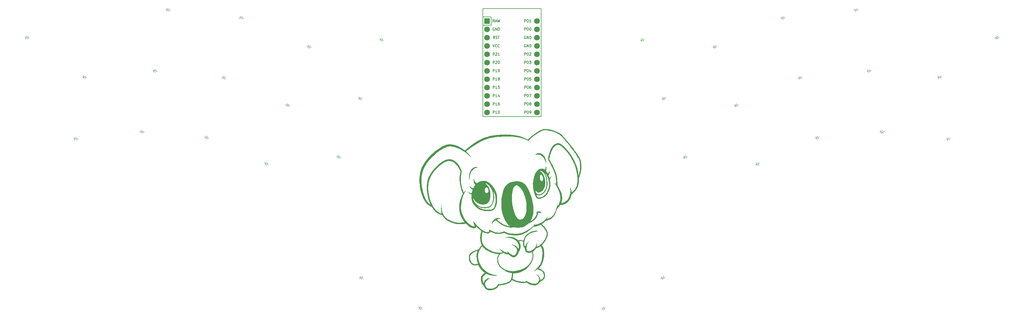
<source format=gbr>
%TF.GenerationSoftware,KiCad,Pcbnew,7.0.1-3b83917a11~172~ubuntu22.04.1*%
%TF.CreationDate,2023-04-10T14:49:45+02:00*%
%TF.ProjectId,koala-v1_ne,6b6f616c-612d-4763-915f-6e652e6b6963,v1.0.0*%
%TF.SameCoordinates,Original*%
%TF.FileFunction,Legend,Top*%
%TF.FilePolarity,Positive*%
%FSLAX46Y46*%
G04 Gerber Fmt 4.6, Leading zero omitted, Abs format (unit mm)*
G04 Created by KiCad (PCBNEW 7.0.1-3b83917a11~172~ubuntu22.04.1) date 2023-04-10 14:49:45*
%MOMM*%
%LPD*%
G01*
G04 APERTURE LIST*
%ADD10C,0.150000*%
%ADD11C,0.100000*%
%ADD12R,1.752600X1.752600*%
%ADD13C,1.752600*%
G04 APERTURE END LIST*
D10*
%TO.C,MCU1*%
X197303480Y-121067769D02*
X197303480Y-120267769D01*
X197303480Y-120267769D02*
X197608242Y-120267769D01*
X197608242Y-120267769D02*
X197684432Y-120305864D01*
X197684432Y-120305864D02*
X197722527Y-120343959D01*
X197722527Y-120343959D02*
X197760623Y-120420150D01*
X197760623Y-120420150D02*
X197760623Y-120534435D01*
X197760623Y-120534435D02*
X197722527Y-120610626D01*
X197722527Y-120610626D02*
X197684432Y-120648721D01*
X197684432Y-120648721D02*
X197608242Y-120686816D01*
X197608242Y-120686816D02*
X197303480Y-120686816D01*
X198255861Y-120267769D02*
X198332051Y-120267769D01*
X198332051Y-120267769D02*
X198408242Y-120305864D01*
X198408242Y-120305864D02*
X198446337Y-120343959D01*
X198446337Y-120343959D02*
X198484432Y-120420150D01*
X198484432Y-120420150D02*
X198522527Y-120572531D01*
X198522527Y-120572531D02*
X198522527Y-120763007D01*
X198522527Y-120763007D02*
X198484432Y-120915388D01*
X198484432Y-120915388D02*
X198446337Y-120991578D01*
X198446337Y-120991578D02*
X198408242Y-121029674D01*
X198408242Y-121029674D02*
X198332051Y-121067769D01*
X198332051Y-121067769D02*
X198255861Y-121067769D01*
X198255861Y-121067769D02*
X198179670Y-121029674D01*
X198179670Y-121029674D02*
X198141575Y-120991578D01*
X198141575Y-120991578D02*
X198103480Y-120915388D01*
X198103480Y-120915388D02*
X198065384Y-120763007D01*
X198065384Y-120763007D02*
X198065384Y-120572531D01*
X198065384Y-120572531D02*
X198103480Y-120420150D01*
X198103480Y-120420150D02*
X198141575Y-120343959D01*
X198141575Y-120343959D02*
X198179670Y-120305864D01*
X198179670Y-120305864D02*
X198255861Y-120267769D01*
X199246337Y-120267769D02*
X198865385Y-120267769D01*
X198865385Y-120267769D02*
X198827289Y-120648721D01*
X198827289Y-120648721D02*
X198865385Y-120610626D01*
X198865385Y-120610626D02*
X198941575Y-120572531D01*
X198941575Y-120572531D02*
X199132051Y-120572531D01*
X199132051Y-120572531D02*
X199208242Y-120610626D01*
X199208242Y-120610626D02*
X199246337Y-120648721D01*
X199246337Y-120648721D02*
X199284432Y-120724912D01*
X199284432Y-120724912D02*
X199284432Y-120915388D01*
X199284432Y-120915388D02*
X199246337Y-120991578D01*
X199246337Y-120991578D02*
X199208242Y-121029674D01*
X199208242Y-121029674D02*
X199132051Y-121067769D01*
X199132051Y-121067769D02*
X198941575Y-121067769D01*
X198941575Y-121067769D02*
X198865385Y-121029674D01*
X198865385Y-121029674D02*
X198827289Y-120991578D01*
X197303480Y-118527769D02*
X197303480Y-117727769D01*
X197303480Y-117727769D02*
X197608242Y-117727769D01*
X197608242Y-117727769D02*
X197684432Y-117765864D01*
X197684432Y-117765864D02*
X197722527Y-117803959D01*
X197722527Y-117803959D02*
X197760623Y-117880150D01*
X197760623Y-117880150D02*
X197760623Y-117994435D01*
X197760623Y-117994435D02*
X197722527Y-118070626D01*
X197722527Y-118070626D02*
X197684432Y-118108721D01*
X197684432Y-118108721D02*
X197608242Y-118146816D01*
X197608242Y-118146816D02*
X197303480Y-118146816D01*
X198255861Y-117727769D02*
X198332051Y-117727769D01*
X198332051Y-117727769D02*
X198408242Y-117765864D01*
X198408242Y-117765864D02*
X198446337Y-117803959D01*
X198446337Y-117803959D02*
X198484432Y-117880150D01*
X198484432Y-117880150D02*
X198522527Y-118032531D01*
X198522527Y-118032531D02*
X198522527Y-118223007D01*
X198522527Y-118223007D02*
X198484432Y-118375388D01*
X198484432Y-118375388D02*
X198446337Y-118451578D01*
X198446337Y-118451578D02*
X198408242Y-118489674D01*
X198408242Y-118489674D02*
X198332051Y-118527769D01*
X198332051Y-118527769D02*
X198255861Y-118527769D01*
X198255861Y-118527769D02*
X198179670Y-118489674D01*
X198179670Y-118489674D02*
X198141575Y-118451578D01*
X198141575Y-118451578D02*
X198103480Y-118375388D01*
X198103480Y-118375388D02*
X198065384Y-118223007D01*
X198065384Y-118223007D02*
X198065384Y-118032531D01*
X198065384Y-118032531D02*
X198103480Y-117880150D01*
X198103480Y-117880150D02*
X198141575Y-117803959D01*
X198141575Y-117803959D02*
X198179670Y-117765864D01*
X198179670Y-117765864D02*
X198255861Y-117727769D01*
X199208242Y-117994435D02*
X199208242Y-118527769D01*
X199017766Y-117689674D02*
X198827289Y-118261102D01*
X198827289Y-118261102D02*
X199322528Y-118261102D01*
X197303480Y-105827769D02*
X197303480Y-105027769D01*
X197303480Y-105027769D02*
X197608242Y-105027769D01*
X197608242Y-105027769D02*
X197684432Y-105065864D01*
X197684432Y-105065864D02*
X197722527Y-105103959D01*
X197722527Y-105103959D02*
X197760623Y-105180150D01*
X197760623Y-105180150D02*
X197760623Y-105294435D01*
X197760623Y-105294435D02*
X197722527Y-105370626D01*
X197722527Y-105370626D02*
X197684432Y-105408721D01*
X197684432Y-105408721D02*
X197608242Y-105446816D01*
X197608242Y-105446816D02*
X197303480Y-105446816D01*
X198255861Y-105027769D02*
X198332051Y-105027769D01*
X198332051Y-105027769D02*
X198408242Y-105065864D01*
X198408242Y-105065864D02*
X198446337Y-105103959D01*
X198446337Y-105103959D02*
X198484432Y-105180150D01*
X198484432Y-105180150D02*
X198522527Y-105332531D01*
X198522527Y-105332531D02*
X198522527Y-105523007D01*
X198522527Y-105523007D02*
X198484432Y-105675388D01*
X198484432Y-105675388D02*
X198446337Y-105751578D01*
X198446337Y-105751578D02*
X198408242Y-105789674D01*
X198408242Y-105789674D02*
X198332051Y-105827769D01*
X198332051Y-105827769D02*
X198255861Y-105827769D01*
X198255861Y-105827769D02*
X198179670Y-105789674D01*
X198179670Y-105789674D02*
X198141575Y-105751578D01*
X198141575Y-105751578D02*
X198103480Y-105675388D01*
X198103480Y-105675388D02*
X198065384Y-105523007D01*
X198065384Y-105523007D02*
X198065384Y-105332531D01*
X198065384Y-105332531D02*
X198103480Y-105180150D01*
X198103480Y-105180150D02*
X198141575Y-105103959D01*
X198141575Y-105103959D02*
X198179670Y-105065864D01*
X198179670Y-105065864D02*
X198255861Y-105027769D01*
X199017766Y-105027769D02*
X199093956Y-105027769D01*
X199093956Y-105027769D02*
X199170147Y-105065864D01*
X199170147Y-105065864D02*
X199208242Y-105103959D01*
X199208242Y-105103959D02*
X199246337Y-105180150D01*
X199246337Y-105180150D02*
X199284432Y-105332531D01*
X199284432Y-105332531D02*
X199284432Y-105523007D01*
X199284432Y-105523007D02*
X199246337Y-105675388D01*
X199246337Y-105675388D02*
X199208242Y-105751578D01*
X199208242Y-105751578D02*
X199170147Y-105789674D01*
X199170147Y-105789674D02*
X199093956Y-105827769D01*
X199093956Y-105827769D02*
X199017766Y-105827769D01*
X199017766Y-105827769D02*
X198941575Y-105789674D01*
X198941575Y-105789674D02*
X198903480Y-105751578D01*
X198903480Y-105751578D02*
X198865385Y-105675388D01*
X198865385Y-105675388D02*
X198827289Y-105523007D01*
X198827289Y-105523007D02*
X198827289Y-105332531D01*
X198827289Y-105332531D02*
X198865385Y-105180150D01*
X198865385Y-105180150D02*
X198903480Y-105103959D01*
X198903480Y-105103959D02*
X198941575Y-105065864D01*
X198941575Y-105065864D02*
X199017766Y-105027769D01*
X197665385Y-107605864D02*
X197589195Y-107567769D01*
X197589195Y-107567769D02*
X197474909Y-107567769D01*
X197474909Y-107567769D02*
X197360623Y-107605864D01*
X197360623Y-107605864D02*
X197284433Y-107682054D01*
X197284433Y-107682054D02*
X197246338Y-107758245D01*
X197246338Y-107758245D02*
X197208242Y-107910626D01*
X197208242Y-107910626D02*
X197208242Y-108024912D01*
X197208242Y-108024912D02*
X197246338Y-108177293D01*
X197246338Y-108177293D02*
X197284433Y-108253483D01*
X197284433Y-108253483D02*
X197360623Y-108329674D01*
X197360623Y-108329674D02*
X197474909Y-108367769D01*
X197474909Y-108367769D02*
X197551100Y-108367769D01*
X197551100Y-108367769D02*
X197665385Y-108329674D01*
X197665385Y-108329674D02*
X197703481Y-108291578D01*
X197703481Y-108291578D02*
X197703481Y-108024912D01*
X197703481Y-108024912D02*
X197551100Y-108024912D01*
X198046338Y-108367769D02*
X198046338Y-107567769D01*
X198046338Y-107567769D02*
X198503481Y-108367769D01*
X198503481Y-108367769D02*
X198503481Y-107567769D01*
X198884433Y-108367769D02*
X198884433Y-107567769D01*
X198884433Y-107567769D02*
X199074909Y-107567769D01*
X199074909Y-107567769D02*
X199189195Y-107605864D01*
X199189195Y-107605864D02*
X199265385Y-107682054D01*
X199265385Y-107682054D02*
X199303480Y-107758245D01*
X199303480Y-107758245D02*
X199341576Y-107910626D01*
X199341576Y-107910626D02*
X199341576Y-108024912D01*
X199341576Y-108024912D02*
X199303480Y-108177293D01*
X199303480Y-108177293D02*
X199265385Y-108253483D01*
X199265385Y-108253483D02*
X199189195Y-108329674D01*
X199189195Y-108329674D02*
X199074909Y-108367769D01*
X199074909Y-108367769D02*
X198884433Y-108367769D01*
X197303480Y-103287769D02*
X197303480Y-102487769D01*
X197303480Y-102487769D02*
X197608242Y-102487769D01*
X197608242Y-102487769D02*
X197684432Y-102525864D01*
X197684432Y-102525864D02*
X197722527Y-102563959D01*
X197722527Y-102563959D02*
X197760623Y-102640150D01*
X197760623Y-102640150D02*
X197760623Y-102754435D01*
X197760623Y-102754435D02*
X197722527Y-102830626D01*
X197722527Y-102830626D02*
X197684432Y-102868721D01*
X197684432Y-102868721D02*
X197608242Y-102906816D01*
X197608242Y-102906816D02*
X197303480Y-102906816D01*
X198255861Y-102487769D02*
X198332051Y-102487769D01*
X198332051Y-102487769D02*
X198408242Y-102525864D01*
X198408242Y-102525864D02*
X198446337Y-102563959D01*
X198446337Y-102563959D02*
X198484432Y-102640150D01*
X198484432Y-102640150D02*
X198522527Y-102792531D01*
X198522527Y-102792531D02*
X198522527Y-102983007D01*
X198522527Y-102983007D02*
X198484432Y-103135388D01*
X198484432Y-103135388D02*
X198446337Y-103211578D01*
X198446337Y-103211578D02*
X198408242Y-103249674D01*
X198408242Y-103249674D02*
X198332051Y-103287769D01*
X198332051Y-103287769D02*
X198255861Y-103287769D01*
X198255861Y-103287769D02*
X198179670Y-103249674D01*
X198179670Y-103249674D02*
X198141575Y-103211578D01*
X198141575Y-103211578D02*
X198103480Y-103135388D01*
X198103480Y-103135388D02*
X198065384Y-102983007D01*
X198065384Y-102983007D02*
X198065384Y-102792531D01*
X198065384Y-102792531D02*
X198103480Y-102640150D01*
X198103480Y-102640150D02*
X198141575Y-102563959D01*
X198141575Y-102563959D02*
X198179670Y-102525864D01*
X198179670Y-102525864D02*
X198255861Y-102487769D01*
X199284432Y-103287769D02*
X198827289Y-103287769D01*
X199055861Y-103287769D02*
X199055861Y-102487769D01*
X199055861Y-102487769D02*
X198979670Y-102602054D01*
X198979670Y-102602054D02*
X198903480Y-102678245D01*
X198903480Y-102678245D02*
X198827289Y-102716340D01*
X197665385Y-110145864D02*
X197589195Y-110107769D01*
X197589195Y-110107769D02*
X197474909Y-110107769D01*
X197474909Y-110107769D02*
X197360623Y-110145864D01*
X197360623Y-110145864D02*
X197284433Y-110222054D01*
X197284433Y-110222054D02*
X197246338Y-110298245D01*
X197246338Y-110298245D02*
X197208242Y-110450626D01*
X197208242Y-110450626D02*
X197208242Y-110564912D01*
X197208242Y-110564912D02*
X197246338Y-110717293D01*
X197246338Y-110717293D02*
X197284433Y-110793483D01*
X197284433Y-110793483D02*
X197360623Y-110869674D01*
X197360623Y-110869674D02*
X197474909Y-110907769D01*
X197474909Y-110907769D02*
X197551100Y-110907769D01*
X197551100Y-110907769D02*
X197665385Y-110869674D01*
X197665385Y-110869674D02*
X197703481Y-110831578D01*
X197703481Y-110831578D02*
X197703481Y-110564912D01*
X197703481Y-110564912D02*
X197551100Y-110564912D01*
X198046338Y-110907769D02*
X198046338Y-110107769D01*
X198046338Y-110107769D02*
X198503481Y-110907769D01*
X198503481Y-110907769D02*
X198503481Y-110107769D01*
X198884433Y-110907769D02*
X198884433Y-110107769D01*
X198884433Y-110107769D02*
X199074909Y-110107769D01*
X199074909Y-110107769D02*
X199189195Y-110145864D01*
X199189195Y-110145864D02*
X199265385Y-110222054D01*
X199265385Y-110222054D02*
X199303480Y-110298245D01*
X199303480Y-110298245D02*
X199341576Y-110450626D01*
X199341576Y-110450626D02*
X199341576Y-110564912D01*
X199341576Y-110564912D02*
X199303480Y-110717293D01*
X199303480Y-110717293D02*
X199265385Y-110793483D01*
X199265385Y-110793483D02*
X199189195Y-110869674D01*
X199189195Y-110869674D02*
X199074909Y-110907769D01*
X199074909Y-110907769D02*
X198884433Y-110907769D01*
X197303480Y-128687769D02*
X197303480Y-127887769D01*
X197303480Y-127887769D02*
X197608242Y-127887769D01*
X197608242Y-127887769D02*
X197684432Y-127925864D01*
X197684432Y-127925864D02*
X197722527Y-127963959D01*
X197722527Y-127963959D02*
X197760623Y-128040150D01*
X197760623Y-128040150D02*
X197760623Y-128154435D01*
X197760623Y-128154435D02*
X197722527Y-128230626D01*
X197722527Y-128230626D02*
X197684432Y-128268721D01*
X197684432Y-128268721D02*
X197608242Y-128306816D01*
X197608242Y-128306816D02*
X197303480Y-128306816D01*
X198255861Y-127887769D02*
X198332051Y-127887769D01*
X198332051Y-127887769D02*
X198408242Y-127925864D01*
X198408242Y-127925864D02*
X198446337Y-127963959D01*
X198446337Y-127963959D02*
X198484432Y-128040150D01*
X198484432Y-128040150D02*
X198522527Y-128192531D01*
X198522527Y-128192531D02*
X198522527Y-128383007D01*
X198522527Y-128383007D02*
X198484432Y-128535388D01*
X198484432Y-128535388D02*
X198446337Y-128611578D01*
X198446337Y-128611578D02*
X198408242Y-128649674D01*
X198408242Y-128649674D02*
X198332051Y-128687769D01*
X198332051Y-128687769D02*
X198255861Y-128687769D01*
X198255861Y-128687769D02*
X198179670Y-128649674D01*
X198179670Y-128649674D02*
X198141575Y-128611578D01*
X198141575Y-128611578D02*
X198103480Y-128535388D01*
X198103480Y-128535388D02*
X198065384Y-128383007D01*
X198065384Y-128383007D02*
X198065384Y-128192531D01*
X198065384Y-128192531D02*
X198103480Y-128040150D01*
X198103480Y-128040150D02*
X198141575Y-127963959D01*
X198141575Y-127963959D02*
X198179670Y-127925864D01*
X198179670Y-127925864D02*
X198255861Y-127887769D01*
X198979670Y-128230626D02*
X198903480Y-128192531D01*
X198903480Y-128192531D02*
X198865385Y-128154435D01*
X198865385Y-128154435D02*
X198827289Y-128078245D01*
X198827289Y-128078245D02*
X198827289Y-128040150D01*
X198827289Y-128040150D02*
X198865385Y-127963959D01*
X198865385Y-127963959D02*
X198903480Y-127925864D01*
X198903480Y-127925864D02*
X198979670Y-127887769D01*
X198979670Y-127887769D02*
X199132051Y-127887769D01*
X199132051Y-127887769D02*
X199208242Y-127925864D01*
X199208242Y-127925864D02*
X199246337Y-127963959D01*
X199246337Y-127963959D02*
X199284432Y-128040150D01*
X199284432Y-128040150D02*
X199284432Y-128078245D01*
X199284432Y-128078245D02*
X199246337Y-128154435D01*
X199246337Y-128154435D02*
X199208242Y-128192531D01*
X199208242Y-128192531D02*
X199132051Y-128230626D01*
X199132051Y-128230626D02*
X198979670Y-128230626D01*
X198979670Y-128230626D02*
X198903480Y-128268721D01*
X198903480Y-128268721D02*
X198865385Y-128306816D01*
X198865385Y-128306816D02*
X198827289Y-128383007D01*
X198827289Y-128383007D02*
X198827289Y-128535388D01*
X198827289Y-128535388D02*
X198865385Y-128611578D01*
X198865385Y-128611578D02*
X198903480Y-128649674D01*
X198903480Y-128649674D02*
X198979670Y-128687769D01*
X198979670Y-128687769D02*
X199132051Y-128687769D01*
X199132051Y-128687769D02*
X199208242Y-128649674D01*
X199208242Y-128649674D02*
X199246337Y-128611578D01*
X199246337Y-128611578D02*
X199284432Y-128535388D01*
X199284432Y-128535388D02*
X199284432Y-128383007D01*
X199284432Y-128383007D02*
X199246337Y-128306816D01*
X199246337Y-128306816D02*
X199208242Y-128268721D01*
X199208242Y-128268721D02*
X199132051Y-128230626D01*
X197303480Y-123607769D02*
X197303480Y-122807769D01*
X197303480Y-122807769D02*
X197608242Y-122807769D01*
X197608242Y-122807769D02*
X197684432Y-122845864D01*
X197684432Y-122845864D02*
X197722527Y-122883959D01*
X197722527Y-122883959D02*
X197760623Y-122960150D01*
X197760623Y-122960150D02*
X197760623Y-123074435D01*
X197760623Y-123074435D02*
X197722527Y-123150626D01*
X197722527Y-123150626D02*
X197684432Y-123188721D01*
X197684432Y-123188721D02*
X197608242Y-123226816D01*
X197608242Y-123226816D02*
X197303480Y-123226816D01*
X198255861Y-122807769D02*
X198332051Y-122807769D01*
X198332051Y-122807769D02*
X198408242Y-122845864D01*
X198408242Y-122845864D02*
X198446337Y-122883959D01*
X198446337Y-122883959D02*
X198484432Y-122960150D01*
X198484432Y-122960150D02*
X198522527Y-123112531D01*
X198522527Y-123112531D02*
X198522527Y-123303007D01*
X198522527Y-123303007D02*
X198484432Y-123455388D01*
X198484432Y-123455388D02*
X198446337Y-123531578D01*
X198446337Y-123531578D02*
X198408242Y-123569674D01*
X198408242Y-123569674D02*
X198332051Y-123607769D01*
X198332051Y-123607769D02*
X198255861Y-123607769D01*
X198255861Y-123607769D02*
X198179670Y-123569674D01*
X198179670Y-123569674D02*
X198141575Y-123531578D01*
X198141575Y-123531578D02*
X198103480Y-123455388D01*
X198103480Y-123455388D02*
X198065384Y-123303007D01*
X198065384Y-123303007D02*
X198065384Y-123112531D01*
X198065384Y-123112531D02*
X198103480Y-122960150D01*
X198103480Y-122960150D02*
X198141575Y-122883959D01*
X198141575Y-122883959D02*
X198179670Y-122845864D01*
X198179670Y-122845864D02*
X198255861Y-122807769D01*
X199208242Y-122807769D02*
X199055861Y-122807769D01*
X199055861Y-122807769D02*
X198979670Y-122845864D01*
X198979670Y-122845864D02*
X198941575Y-122883959D01*
X198941575Y-122883959D02*
X198865385Y-122998245D01*
X198865385Y-122998245D02*
X198827289Y-123150626D01*
X198827289Y-123150626D02*
X198827289Y-123455388D01*
X198827289Y-123455388D02*
X198865385Y-123531578D01*
X198865385Y-123531578D02*
X198903480Y-123569674D01*
X198903480Y-123569674D02*
X198979670Y-123607769D01*
X198979670Y-123607769D02*
X199132051Y-123607769D01*
X199132051Y-123607769D02*
X199208242Y-123569674D01*
X199208242Y-123569674D02*
X199246337Y-123531578D01*
X199246337Y-123531578D02*
X199284432Y-123455388D01*
X199284432Y-123455388D02*
X199284432Y-123264912D01*
X199284432Y-123264912D02*
X199246337Y-123188721D01*
X199246337Y-123188721D02*
X199208242Y-123150626D01*
X199208242Y-123150626D02*
X199132051Y-123112531D01*
X199132051Y-123112531D02*
X198979670Y-123112531D01*
X198979670Y-123112531D02*
X198903480Y-123150626D01*
X198903480Y-123150626D02*
X198865385Y-123188721D01*
X198865385Y-123188721D02*
X198827289Y-123264912D01*
X187703480Y-118527769D02*
X187703480Y-117727769D01*
X187703480Y-117727769D02*
X188008242Y-117727769D01*
X188008242Y-117727769D02*
X188084432Y-117765864D01*
X188084432Y-117765864D02*
X188122527Y-117803959D01*
X188122527Y-117803959D02*
X188160623Y-117880150D01*
X188160623Y-117880150D02*
X188160623Y-117994435D01*
X188160623Y-117994435D02*
X188122527Y-118070626D01*
X188122527Y-118070626D02*
X188084432Y-118108721D01*
X188084432Y-118108721D02*
X188008242Y-118146816D01*
X188008242Y-118146816D02*
X187703480Y-118146816D01*
X188922527Y-118527769D02*
X188465384Y-118527769D01*
X188693956Y-118527769D02*
X188693956Y-117727769D01*
X188693956Y-117727769D02*
X188617765Y-117842054D01*
X188617765Y-117842054D02*
X188541575Y-117918245D01*
X188541575Y-117918245D02*
X188465384Y-117956340D01*
X189303480Y-118527769D02*
X189455861Y-118527769D01*
X189455861Y-118527769D02*
X189532051Y-118489674D01*
X189532051Y-118489674D02*
X189570147Y-118451578D01*
X189570147Y-118451578D02*
X189646337Y-118337293D01*
X189646337Y-118337293D02*
X189684432Y-118184912D01*
X189684432Y-118184912D02*
X189684432Y-117880150D01*
X189684432Y-117880150D02*
X189646337Y-117803959D01*
X189646337Y-117803959D02*
X189608242Y-117765864D01*
X189608242Y-117765864D02*
X189532051Y-117727769D01*
X189532051Y-117727769D02*
X189379670Y-117727769D01*
X189379670Y-117727769D02*
X189303480Y-117765864D01*
X189303480Y-117765864D02*
X189265385Y-117803959D01*
X189265385Y-117803959D02*
X189227289Y-117880150D01*
X189227289Y-117880150D02*
X189227289Y-118070626D01*
X189227289Y-118070626D02*
X189265385Y-118146816D01*
X189265385Y-118146816D02*
X189303480Y-118184912D01*
X189303480Y-118184912D02*
X189379670Y-118223007D01*
X189379670Y-118223007D02*
X189532051Y-118223007D01*
X189532051Y-118223007D02*
X189608242Y-118184912D01*
X189608242Y-118184912D02*
X189646337Y-118146816D01*
X189646337Y-118146816D02*
X189684432Y-118070626D01*
X197303480Y-126147769D02*
X197303480Y-125347769D01*
X197303480Y-125347769D02*
X197608242Y-125347769D01*
X197608242Y-125347769D02*
X197684432Y-125385864D01*
X197684432Y-125385864D02*
X197722527Y-125423959D01*
X197722527Y-125423959D02*
X197760623Y-125500150D01*
X197760623Y-125500150D02*
X197760623Y-125614435D01*
X197760623Y-125614435D02*
X197722527Y-125690626D01*
X197722527Y-125690626D02*
X197684432Y-125728721D01*
X197684432Y-125728721D02*
X197608242Y-125766816D01*
X197608242Y-125766816D02*
X197303480Y-125766816D01*
X198255861Y-125347769D02*
X198332051Y-125347769D01*
X198332051Y-125347769D02*
X198408242Y-125385864D01*
X198408242Y-125385864D02*
X198446337Y-125423959D01*
X198446337Y-125423959D02*
X198484432Y-125500150D01*
X198484432Y-125500150D02*
X198522527Y-125652531D01*
X198522527Y-125652531D02*
X198522527Y-125843007D01*
X198522527Y-125843007D02*
X198484432Y-125995388D01*
X198484432Y-125995388D02*
X198446337Y-126071578D01*
X198446337Y-126071578D02*
X198408242Y-126109674D01*
X198408242Y-126109674D02*
X198332051Y-126147769D01*
X198332051Y-126147769D02*
X198255861Y-126147769D01*
X198255861Y-126147769D02*
X198179670Y-126109674D01*
X198179670Y-126109674D02*
X198141575Y-126071578D01*
X198141575Y-126071578D02*
X198103480Y-125995388D01*
X198103480Y-125995388D02*
X198065384Y-125843007D01*
X198065384Y-125843007D02*
X198065384Y-125652531D01*
X198065384Y-125652531D02*
X198103480Y-125500150D01*
X198103480Y-125500150D02*
X198141575Y-125423959D01*
X198141575Y-125423959D02*
X198179670Y-125385864D01*
X198179670Y-125385864D02*
X198255861Y-125347769D01*
X198789194Y-125347769D02*
X199322528Y-125347769D01*
X199322528Y-125347769D02*
X198979670Y-126147769D01*
X187703480Y-128687769D02*
X187703480Y-127887769D01*
X187703480Y-127887769D02*
X188008242Y-127887769D01*
X188008242Y-127887769D02*
X188084432Y-127925864D01*
X188084432Y-127925864D02*
X188122527Y-127963959D01*
X188122527Y-127963959D02*
X188160623Y-128040150D01*
X188160623Y-128040150D02*
X188160623Y-128154435D01*
X188160623Y-128154435D02*
X188122527Y-128230626D01*
X188122527Y-128230626D02*
X188084432Y-128268721D01*
X188084432Y-128268721D02*
X188008242Y-128306816D01*
X188008242Y-128306816D02*
X187703480Y-128306816D01*
X188922527Y-128687769D02*
X188465384Y-128687769D01*
X188693956Y-128687769D02*
X188693956Y-127887769D01*
X188693956Y-127887769D02*
X188617765Y-128002054D01*
X188617765Y-128002054D02*
X188541575Y-128078245D01*
X188541575Y-128078245D02*
X188465384Y-128116340D01*
X189608242Y-127887769D02*
X189455861Y-127887769D01*
X189455861Y-127887769D02*
X189379670Y-127925864D01*
X189379670Y-127925864D02*
X189341575Y-127963959D01*
X189341575Y-127963959D02*
X189265385Y-128078245D01*
X189265385Y-128078245D02*
X189227289Y-128230626D01*
X189227289Y-128230626D02*
X189227289Y-128535388D01*
X189227289Y-128535388D02*
X189265385Y-128611578D01*
X189265385Y-128611578D02*
X189303480Y-128649674D01*
X189303480Y-128649674D02*
X189379670Y-128687769D01*
X189379670Y-128687769D02*
X189532051Y-128687769D01*
X189532051Y-128687769D02*
X189608242Y-128649674D01*
X189608242Y-128649674D02*
X189646337Y-128611578D01*
X189646337Y-128611578D02*
X189684432Y-128535388D01*
X189684432Y-128535388D02*
X189684432Y-128344912D01*
X189684432Y-128344912D02*
X189646337Y-128268721D01*
X189646337Y-128268721D02*
X189608242Y-128230626D01*
X189608242Y-128230626D02*
X189532051Y-128192531D01*
X189532051Y-128192531D02*
X189379670Y-128192531D01*
X189379670Y-128192531D02*
X189303480Y-128230626D01*
X189303480Y-128230626D02*
X189265385Y-128268721D01*
X189265385Y-128268721D02*
X189227289Y-128344912D01*
X197303480Y-131227769D02*
X197303480Y-130427769D01*
X197303480Y-130427769D02*
X197608242Y-130427769D01*
X197608242Y-130427769D02*
X197684432Y-130465864D01*
X197684432Y-130465864D02*
X197722527Y-130503959D01*
X197722527Y-130503959D02*
X197760623Y-130580150D01*
X197760623Y-130580150D02*
X197760623Y-130694435D01*
X197760623Y-130694435D02*
X197722527Y-130770626D01*
X197722527Y-130770626D02*
X197684432Y-130808721D01*
X197684432Y-130808721D02*
X197608242Y-130846816D01*
X197608242Y-130846816D02*
X197303480Y-130846816D01*
X198255861Y-130427769D02*
X198332051Y-130427769D01*
X198332051Y-130427769D02*
X198408242Y-130465864D01*
X198408242Y-130465864D02*
X198446337Y-130503959D01*
X198446337Y-130503959D02*
X198484432Y-130580150D01*
X198484432Y-130580150D02*
X198522527Y-130732531D01*
X198522527Y-130732531D02*
X198522527Y-130923007D01*
X198522527Y-130923007D02*
X198484432Y-131075388D01*
X198484432Y-131075388D02*
X198446337Y-131151578D01*
X198446337Y-131151578D02*
X198408242Y-131189674D01*
X198408242Y-131189674D02*
X198332051Y-131227769D01*
X198332051Y-131227769D02*
X198255861Y-131227769D01*
X198255861Y-131227769D02*
X198179670Y-131189674D01*
X198179670Y-131189674D02*
X198141575Y-131151578D01*
X198141575Y-131151578D02*
X198103480Y-131075388D01*
X198103480Y-131075388D02*
X198065384Y-130923007D01*
X198065384Y-130923007D02*
X198065384Y-130732531D01*
X198065384Y-130732531D02*
X198103480Y-130580150D01*
X198103480Y-130580150D02*
X198141575Y-130503959D01*
X198141575Y-130503959D02*
X198179670Y-130465864D01*
X198179670Y-130465864D02*
X198255861Y-130427769D01*
X198903480Y-131227769D02*
X199055861Y-131227769D01*
X199055861Y-131227769D02*
X199132051Y-131189674D01*
X199132051Y-131189674D02*
X199170147Y-131151578D01*
X199170147Y-131151578D02*
X199246337Y-131037293D01*
X199246337Y-131037293D02*
X199284432Y-130884912D01*
X199284432Y-130884912D02*
X199284432Y-130580150D01*
X199284432Y-130580150D02*
X199246337Y-130503959D01*
X199246337Y-130503959D02*
X199208242Y-130465864D01*
X199208242Y-130465864D02*
X199132051Y-130427769D01*
X199132051Y-130427769D02*
X198979670Y-130427769D01*
X198979670Y-130427769D02*
X198903480Y-130465864D01*
X198903480Y-130465864D02*
X198865385Y-130503959D01*
X198865385Y-130503959D02*
X198827289Y-130580150D01*
X198827289Y-130580150D02*
X198827289Y-130770626D01*
X198827289Y-130770626D02*
X198865385Y-130846816D01*
X198865385Y-130846816D02*
X198903480Y-130884912D01*
X198903480Y-130884912D02*
X198979670Y-130923007D01*
X198979670Y-130923007D02*
X199132051Y-130923007D01*
X199132051Y-130923007D02*
X199208242Y-130884912D01*
X199208242Y-130884912D02*
X199246337Y-130846816D01*
X199246337Y-130846816D02*
X199284432Y-130770626D01*
X197303480Y-113447769D02*
X197303480Y-112647769D01*
X197303480Y-112647769D02*
X197608242Y-112647769D01*
X197608242Y-112647769D02*
X197684432Y-112685864D01*
X197684432Y-112685864D02*
X197722527Y-112723959D01*
X197722527Y-112723959D02*
X197760623Y-112800150D01*
X197760623Y-112800150D02*
X197760623Y-112914435D01*
X197760623Y-112914435D02*
X197722527Y-112990626D01*
X197722527Y-112990626D02*
X197684432Y-113028721D01*
X197684432Y-113028721D02*
X197608242Y-113066816D01*
X197608242Y-113066816D02*
X197303480Y-113066816D01*
X198255861Y-112647769D02*
X198332051Y-112647769D01*
X198332051Y-112647769D02*
X198408242Y-112685864D01*
X198408242Y-112685864D02*
X198446337Y-112723959D01*
X198446337Y-112723959D02*
X198484432Y-112800150D01*
X198484432Y-112800150D02*
X198522527Y-112952531D01*
X198522527Y-112952531D02*
X198522527Y-113143007D01*
X198522527Y-113143007D02*
X198484432Y-113295388D01*
X198484432Y-113295388D02*
X198446337Y-113371578D01*
X198446337Y-113371578D02*
X198408242Y-113409674D01*
X198408242Y-113409674D02*
X198332051Y-113447769D01*
X198332051Y-113447769D02*
X198255861Y-113447769D01*
X198255861Y-113447769D02*
X198179670Y-113409674D01*
X198179670Y-113409674D02*
X198141575Y-113371578D01*
X198141575Y-113371578D02*
X198103480Y-113295388D01*
X198103480Y-113295388D02*
X198065384Y-113143007D01*
X198065384Y-113143007D02*
X198065384Y-112952531D01*
X198065384Y-112952531D02*
X198103480Y-112800150D01*
X198103480Y-112800150D02*
X198141575Y-112723959D01*
X198141575Y-112723959D02*
X198179670Y-112685864D01*
X198179670Y-112685864D02*
X198255861Y-112647769D01*
X198827289Y-112723959D02*
X198865385Y-112685864D01*
X198865385Y-112685864D02*
X198941575Y-112647769D01*
X198941575Y-112647769D02*
X199132051Y-112647769D01*
X199132051Y-112647769D02*
X199208242Y-112685864D01*
X199208242Y-112685864D02*
X199246337Y-112723959D01*
X199246337Y-112723959D02*
X199284432Y-112800150D01*
X199284432Y-112800150D02*
X199284432Y-112876340D01*
X199284432Y-112876340D02*
X199246337Y-112990626D01*
X199246337Y-112990626D02*
X198789194Y-113447769D01*
X198789194Y-113447769D02*
X199284432Y-113447769D01*
X187703480Y-131227769D02*
X187703480Y-130427769D01*
X187703480Y-130427769D02*
X188008242Y-130427769D01*
X188008242Y-130427769D02*
X188084432Y-130465864D01*
X188084432Y-130465864D02*
X188122527Y-130503959D01*
X188122527Y-130503959D02*
X188160623Y-130580150D01*
X188160623Y-130580150D02*
X188160623Y-130694435D01*
X188160623Y-130694435D02*
X188122527Y-130770626D01*
X188122527Y-130770626D02*
X188084432Y-130808721D01*
X188084432Y-130808721D02*
X188008242Y-130846816D01*
X188008242Y-130846816D02*
X187703480Y-130846816D01*
X188922527Y-131227769D02*
X188465384Y-131227769D01*
X188693956Y-131227769D02*
X188693956Y-130427769D01*
X188693956Y-130427769D02*
X188617765Y-130542054D01*
X188617765Y-130542054D02*
X188541575Y-130618245D01*
X188541575Y-130618245D02*
X188465384Y-130656340D01*
X189417766Y-130427769D02*
X189493956Y-130427769D01*
X189493956Y-130427769D02*
X189570147Y-130465864D01*
X189570147Y-130465864D02*
X189608242Y-130503959D01*
X189608242Y-130503959D02*
X189646337Y-130580150D01*
X189646337Y-130580150D02*
X189684432Y-130732531D01*
X189684432Y-130732531D02*
X189684432Y-130923007D01*
X189684432Y-130923007D02*
X189646337Y-131075388D01*
X189646337Y-131075388D02*
X189608242Y-131151578D01*
X189608242Y-131151578D02*
X189570147Y-131189674D01*
X189570147Y-131189674D02*
X189493956Y-131227769D01*
X189493956Y-131227769D02*
X189417766Y-131227769D01*
X189417766Y-131227769D02*
X189341575Y-131189674D01*
X189341575Y-131189674D02*
X189303480Y-131151578D01*
X189303480Y-131151578D02*
X189265385Y-131075388D01*
X189265385Y-131075388D02*
X189227289Y-130923007D01*
X189227289Y-130923007D02*
X189227289Y-130732531D01*
X189227289Y-130732531D02*
X189265385Y-130580150D01*
X189265385Y-130580150D02*
X189303480Y-130503959D01*
X189303480Y-130503959D02*
X189341575Y-130465864D01*
X189341575Y-130465864D02*
X189417766Y-130427769D01*
X187703480Y-121067769D02*
X187703480Y-120267769D01*
X187703480Y-120267769D02*
X188008242Y-120267769D01*
X188008242Y-120267769D02*
X188084432Y-120305864D01*
X188084432Y-120305864D02*
X188122527Y-120343959D01*
X188122527Y-120343959D02*
X188160623Y-120420150D01*
X188160623Y-120420150D02*
X188160623Y-120534435D01*
X188160623Y-120534435D02*
X188122527Y-120610626D01*
X188122527Y-120610626D02*
X188084432Y-120648721D01*
X188084432Y-120648721D02*
X188008242Y-120686816D01*
X188008242Y-120686816D02*
X187703480Y-120686816D01*
X188922527Y-121067769D02*
X188465384Y-121067769D01*
X188693956Y-121067769D02*
X188693956Y-120267769D01*
X188693956Y-120267769D02*
X188617765Y-120382054D01*
X188617765Y-120382054D02*
X188541575Y-120458245D01*
X188541575Y-120458245D02*
X188465384Y-120496340D01*
X189379670Y-120610626D02*
X189303480Y-120572531D01*
X189303480Y-120572531D02*
X189265385Y-120534435D01*
X189265385Y-120534435D02*
X189227289Y-120458245D01*
X189227289Y-120458245D02*
X189227289Y-120420150D01*
X189227289Y-120420150D02*
X189265385Y-120343959D01*
X189265385Y-120343959D02*
X189303480Y-120305864D01*
X189303480Y-120305864D02*
X189379670Y-120267769D01*
X189379670Y-120267769D02*
X189532051Y-120267769D01*
X189532051Y-120267769D02*
X189608242Y-120305864D01*
X189608242Y-120305864D02*
X189646337Y-120343959D01*
X189646337Y-120343959D02*
X189684432Y-120420150D01*
X189684432Y-120420150D02*
X189684432Y-120458245D01*
X189684432Y-120458245D02*
X189646337Y-120534435D01*
X189646337Y-120534435D02*
X189608242Y-120572531D01*
X189608242Y-120572531D02*
X189532051Y-120610626D01*
X189532051Y-120610626D02*
X189379670Y-120610626D01*
X189379670Y-120610626D02*
X189303480Y-120648721D01*
X189303480Y-120648721D02*
X189265385Y-120686816D01*
X189265385Y-120686816D02*
X189227289Y-120763007D01*
X189227289Y-120763007D02*
X189227289Y-120915388D01*
X189227289Y-120915388D02*
X189265385Y-120991578D01*
X189265385Y-120991578D02*
X189303480Y-121029674D01*
X189303480Y-121029674D02*
X189379670Y-121067769D01*
X189379670Y-121067769D02*
X189532051Y-121067769D01*
X189532051Y-121067769D02*
X189608242Y-121029674D01*
X189608242Y-121029674D02*
X189646337Y-120991578D01*
X189646337Y-120991578D02*
X189684432Y-120915388D01*
X189684432Y-120915388D02*
X189684432Y-120763007D01*
X189684432Y-120763007D02*
X189646337Y-120686816D01*
X189646337Y-120686816D02*
X189608242Y-120648721D01*
X189608242Y-120648721D02*
X189532051Y-120610626D01*
X187703480Y-115987769D02*
X187703480Y-115187769D01*
X187703480Y-115187769D02*
X188008242Y-115187769D01*
X188008242Y-115187769D02*
X188084432Y-115225864D01*
X188084432Y-115225864D02*
X188122527Y-115263959D01*
X188122527Y-115263959D02*
X188160623Y-115340150D01*
X188160623Y-115340150D02*
X188160623Y-115454435D01*
X188160623Y-115454435D02*
X188122527Y-115530626D01*
X188122527Y-115530626D02*
X188084432Y-115568721D01*
X188084432Y-115568721D02*
X188008242Y-115606816D01*
X188008242Y-115606816D02*
X187703480Y-115606816D01*
X188465384Y-115263959D02*
X188503480Y-115225864D01*
X188503480Y-115225864D02*
X188579670Y-115187769D01*
X188579670Y-115187769D02*
X188770146Y-115187769D01*
X188770146Y-115187769D02*
X188846337Y-115225864D01*
X188846337Y-115225864D02*
X188884432Y-115263959D01*
X188884432Y-115263959D02*
X188922527Y-115340150D01*
X188922527Y-115340150D02*
X188922527Y-115416340D01*
X188922527Y-115416340D02*
X188884432Y-115530626D01*
X188884432Y-115530626D02*
X188427289Y-115987769D01*
X188427289Y-115987769D02*
X188922527Y-115987769D01*
X189417766Y-115187769D02*
X189493956Y-115187769D01*
X189493956Y-115187769D02*
X189570147Y-115225864D01*
X189570147Y-115225864D02*
X189608242Y-115263959D01*
X189608242Y-115263959D02*
X189646337Y-115340150D01*
X189646337Y-115340150D02*
X189684432Y-115492531D01*
X189684432Y-115492531D02*
X189684432Y-115683007D01*
X189684432Y-115683007D02*
X189646337Y-115835388D01*
X189646337Y-115835388D02*
X189608242Y-115911578D01*
X189608242Y-115911578D02*
X189570147Y-115949674D01*
X189570147Y-115949674D02*
X189493956Y-115987769D01*
X189493956Y-115987769D02*
X189417766Y-115987769D01*
X189417766Y-115987769D02*
X189341575Y-115949674D01*
X189341575Y-115949674D02*
X189303480Y-115911578D01*
X189303480Y-115911578D02*
X189265385Y-115835388D01*
X189265385Y-115835388D02*
X189227289Y-115683007D01*
X189227289Y-115683007D02*
X189227289Y-115492531D01*
X189227289Y-115492531D02*
X189265385Y-115340150D01*
X189265385Y-115340150D02*
X189303480Y-115263959D01*
X189303480Y-115263959D02*
X189341575Y-115225864D01*
X189341575Y-115225864D02*
X189417766Y-115187769D01*
X187608242Y-110107769D02*
X187874909Y-110907769D01*
X187874909Y-110907769D02*
X188141575Y-110107769D01*
X188865385Y-110831578D02*
X188827289Y-110869674D01*
X188827289Y-110869674D02*
X188713004Y-110907769D01*
X188713004Y-110907769D02*
X188636813Y-110907769D01*
X188636813Y-110907769D02*
X188522527Y-110869674D01*
X188522527Y-110869674D02*
X188446337Y-110793483D01*
X188446337Y-110793483D02*
X188408242Y-110717293D01*
X188408242Y-110717293D02*
X188370146Y-110564912D01*
X188370146Y-110564912D02*
X188370146Y-110450626D01*
X188370146Y-110450626D02*
X188408242Y-110298245D01*
X188408242Y-110298245D02*
X188446337Y-110222054D01*
X188446337Y-110222054D02*
X188522527Y-110145864D01*
X188522527Y-110145864D02*
X188636813Y-110107769D01*
X188636813Y-110107769D02*
X188713004Y-110107769D01*
X188713004Y-110107769D02*
X188827289Y-110145864D01*
X188827289Y-110145864D02*
X188865385Y-110183959D01*
X189665385Y-110831578D02*
X189627289Y-110869674D01*
X189627289Y-110869674D02*
X189513004Y-110907769D01*
X189513004Y-110907769D02*
X189436813Y-110907769D01*
X189436813Y-110907769D02*
X189322527Y-110869674D01*
X189322527Y-110869674D02*
X189246337Y-110793483D01*
X189246337Y-110793483D02*
X189208242Y-110717293D01*
X189208242Y-110717293D02*
X189170146Y-110564912D01*
X189170146Y-110564912D02*
X189170146Y-110450626D01*
X189170146Y-110450626D02*
X189208242Y-110298245D01*
X189208242Y-110298245D02*
X189246337Y-110222054D01*
X189246337Y-110222054D02*
X189322527Y-110145864D01*
X189322527Y-110145864D02*
X189436813Y-110107769D01*
X189436813Y-110107769D02*
X189513004Y-110107769D01*
X189513004Y-110107769D02*
X189627289Y-110145864D01*
X189627289Y-110145864D02*
X189665385Y-110183959D01*
X187703480Y-126147769D02*
X187703480Y-125347769D01*
X187703480Y-125347769D02*
X188008242Y-125347769D01*
X188008242Y-125347769D02*
X188084432Y-125385864D01*
X188084432Y-125385864D02*
X188122527Y-125423959D01*
X188122527Y-125423959D02*
X188160623Y-125500150D01*
X188160623Y-125500150D02*
X188160623Y-125614435D01*
X188160623Y-125614435D02*
X188122527Y-125690626D01*
X188122527Y-125690626D02*
X188084432Y-125728721D01*
X188084432Y-125728721D02*
X188008242Y-125766816D01*
X188008242Y-125766816D02*
X187703480Y-125766816D01*
X188922527Y-126147769D02*
X188465384Y-126147769D01*
X188693956Y-126147769D02*
X188693956Y-125347769D01*
X188693956Y-125347769D02*
X188617765Y-125462054D01*
X188617765Y-125462054D02*
X188541575Y-125538245D01*
X188541575Y-125538245D02*
X188465384Y-125576340D01*
X189608242Y-125614435D02*
X189608242Y-126147769D01*
X189417766Y-125309674D02*
X189227289Y-125881102D01*
X189227289Y-125881102D02*
X189722528Y-125881102D01*
X188065385Y-105065864D02*
X187989195Y-105027769D01*
X187989195Y-105027769D02*
X187874909Y-105027769D01*
X187874909Y-105027769D02*
X187760623Y-105065864D01*
X187760623Y-105065864D02*
X187684433Y-105142054D01*
X187684433Y-105142054D02*
X187646338Y-105218245D01*
X187646338Y-105218245D02*
X187608242Y-105370626D01*
X187608242Y-105370626D02*
X187608242Y-105484912D01*
X187608242Y-105484912D02*
X187646338Y-105637293D01*
X187646338Y-105637293D02*
X187684433Y-105713483D01*
X187684433Y-105713483D02*
X187760623Y-105789674D01*
X187760623Y-105789674D02*
X187874909Y-105827769D01*
X187874909Y-105827769D02*
X187951100Y-105827769D01*
X187951100Y-105827769D02*
X188065385Y-105789674D01*
X188065385Y-105789674D02*
X188103481Y-105751578D01*
X188103481Y-105751578D02*
X188103481Y-105484912D01*
X188103481Y-105484912D02*
X187951100Y-105484912D01*
X188446338Y-105827769D02*
X188446338Y-105027769D01*
X188446338Y-105027769D02*
X188903481Y-105827769D01*
X188903481Y-105827769D02*
X188903481Y-105027769D01*
X189284433Y-105827769D02*
X189284433Y-105027769D01*
X189284433Y-105027769D02*
X189474909Y-105027769D01*
X189474909Y-105027769D02*
X189589195Y-105065864D01*
X189589195Y-105065864D02*
X189665385Y-105142054D01*
X189665385Y-105142054D02*
X189703480Y-105218245D01*
X189703480Y-105218245D02*
X189741576Y-105370626D01*
X189741576Y-105370626D02*
X189741576Y-105484912D01*
X189741576Y-105484912D02*
X189703480Y-105637293D01*
X189703480Y-105637293D02*
X189665385Y-105713483D01*
X189665385Y-105713483D02*
X189589195Y-105789674D01*
X189589195Y-105789674D02*
X189474909Y-105827769D01*
X189474909Y-105827769D02*
X189284433Y-105827769D01*
X187703480Y-123607769D02*
X187703480Y-122807769D01*
X187703480Y-122807769D02*
X188008242Y-122807769D01*
X188008242Y-122807769D02*
X188084432Y-122845864D01*
X188084432Y-122845864D02*
X188122527Y-122883959D01*
X188122527Y-122883959D02*
X188160623Y-122960150D01*
X188160623Y-122960150D02*
X188160623Y-123074435D01*
X188160623Y-123074435D02*
X188122527Y-123150626D01*
X188122527Y-123150626D02*
X188084432Y-123188721D01*
X188084432Y-123188721D02*
X188008242Y-123226816D01*
X188008242Y-123226816D02*
X187703480Y-123226816D01*
X188922527Y-123607769D02*
X188465384Y-123607769D01*
X188693956Y-123607769D02*
X188693956Y-122807769D01*
X188693956Y-122807769D02*
X188617765Y-122922054D01*
X188617765Y-122922054D02*
X188541575Y-122998245D01*
X188541575Y-122998245D02*
X188465384Y-123036340D01*
X189646337Y-122807769D02*
X189265385Y-122807769D01*
X189265385Y-122807769D02*
X189227289Y-123188721D01*
X189227289Y-123188721D02*
X189265385Y-123150626D01*
X189265385Y-123150626D02*
X189341575Y-123112531D01*
X189341575Y-123112531D02*
X189532051Y-123112531D01*
X189532051Y-123112531D02*
X189608242Y-123150626D01*
X189608242Y-123150626D02*
X189646337Y-123188721D01*
X189646337Y-123188721D02*
X189684432Y-123264912D01*
X189684432Y-123264912D02*
X189684432Y-123455388D01*
X189684432Y-123455388D02*
X189646337Y-123531578D01*
X189646337Y-123531578D02*
X189608242Y-123569674D01*
X189608242Y-123569674D02*
X189532051Y-123607769D01*
X189532051Y-123607769D02*
X189341575Y-123607769D01*
X189341575Y-123607769D02*
X189265385Y-123569674D01*
X189265385Y-123569674D02*
X189227289Y-123531578D01*
X188122528Y-103287769D02*
X187855861Y-102906816D01*
X187665385Y-103287769D02*
X187665385Y-102487769D01*
X187665385Y-102487769D02*
X187970147Y-102487769D01*
X187970147Y-102487769D02*
X188046337Y-102525864D01*
X188046337Y-102525864D02*
X188084432Y-102563959D01*
X188084432Y-102563959D02*
X188122528Y-102640150D01*
X188122528Y-102640150D02*
X188122528Y-102754435D01*
X188122528Y-102754435D02*
X188084432Y-102830626D01*
X188084432Y-102830626D02*
X188046337Y-102868721D01*
X188046337Y-102868721D02*
X187970147Y-102906816D01*
X187970147Y-102906816D02*
X187665385Y-102906816D01*
X188427289Y-103059197D02*
X188808242Y-103059197D01*
X188351099Y-103287769D02*
X188617766Y-102487769D01*
X188617766Y-102487769D02*
X188884432Y-103287769D01*
X189074908Y-102487769D02*
X189265384Y-103287769D01*
X189265384Y-103287769D02*
X189417765Y-102716340D01*
X189417765Y-102716340D02*
X189570146Y-103287769D01*
X189570146Y-103287769D02*
X189760623Y-102487769D01*
X187703480Y-113447769D02*
X187703480Y-112647769D01*
X187703480Y-112647769D02*
X188008242Y-112647769D01*
X188008242Y-112647769D02*
X188084432Y-112685864D01*
X188084432Y-112685864D02*
X188122527Y-112723959D01*
X188122527Y-112723959D02*
X188160623Y-112800150D01*
X188160623Y-112800150D02*
X188160623Y-112914435D01*
X188160623Y-112914435D02*
X188122527Y-112990626D01*
X188122527Y-112990626D02*
X188084432Y-113028721D01*
X188084432Y-113028721D02*
X188008242Y-113066816D01*
X188008242Y-113066816D02*
X187703480Y-113066816D01*
X188465384Y-112723959D02*
X188503480Y-112685864D01*
X188503480Y-112685864D02*
X188579670Y-112647769D01*
X188579670Y-112647769D02*
X188770146Y-112647769D01*
X188770146Y-112647769D02*
X188846337Y-112685864D01*
X188846337Y-112685864D02*
X188884432Y-112723959D01*
X188884432Y-112723959D02*
X188922527Y-112800150D01*
X188922527Y-112800150D02*
X188922527Y-112876340D01*
X188922527Y-112876340D02*
X188884432Y-112990626D01*
X188884432Y-112990626D02*
X188427289Y-113447769D01*
X188427289Y-113447769D02*
X188922527Y-113447769D01*
X189684432Y-113447769D02*
X189227289Y-113447769D01*
X189455861Y-113447769D02*
X189455861Y-112647769D01*
X189455861Y-112647769D02*
X189379670Y-112762054D01*
X189379670Y-112762054D02*
X189303480Y-112838245D01*
X189303480Y-112838245D02*
X189227289Y-112876340D01*
X188236814Y-108367769D02*
X187970147Y-107986816D01*
X187779671Y-108367769D02*
X187779671Y-107567769D01*
X187779671Y-107567769D02*
X188084433Y-107567769D01*
X188084433Y-107567769D02*
X188160623Y-107605864D01*
X188160623Y-107605864D02*
X188198718Y-107643959D01*
X188198718Y-107643959D02*
X188236814Y-107720150D01*
X188236814Y-107720150D02*
X188236814Y-107834435D01*
X188236814Y-107834435D02*
X188198718Y-107910626D01*
X188198718Y-107910626D02*
X188160623Y-107948721D01*
X188160623Y-107948721D02*
X188084433Y-107986816D01*
X188084433Y-107986816D02*
X187779671Y-107986816D01*
X188541575Y-108329674D02*
X188655861Y-108367769D01*
X188655861Y-108367769D02*
X188846337Y-108367769D01*
X188846337Y-108367769D02*
X188922528Y-108329674D01*
X188922528Y-108329674D02*
X188960623Y-108291578D01*
X188960623Y-108291578D02*
X188998718Y-108215388D01*
X188998718Y-108215388D02*
X188998718Y-108139197D01*
X188998718Y-108139197D02*
X188960623Y-108063007D01*
X188960623Y-108063007D02*
X188922528Y-108024912D01*
X188922528Y-108024912D02*
X188846337Y-107986816D01*
X188846337Y-107986816D02*
X188693956Y-107948721D01*
X188693956Y-107948721D02*
X188617766Y-107910626D01*
X188617766Y-107910626D02*
X188579671Y-107872531D01*
X188579671Y-107872531D02*
X188541575Y-107796340D01*
X188541575Y-107796340D02*
X188541575Y-107720150D01*
X188541575Y-107720150D02*
X188579671Y-107643959D01*
X188579671Y-107643959D02*
X188617766Y-107605864D01*
X188617766Y-107605864D02*
X188693956Y-107567769D01*
X188693956Y-107567769D02*
X188884433Y-107567769D01*
X188884433Y-107567769D02*
X188998718Y-107605864D01*
X189227290Y-107567769D02*
X189684433Y-107567769D01*
X189455861Y-108367769D02*
X189455861Y-107567769D01*
X197303480Y-115987769D02*
X197303480Y-115187769D01*
X197303480Y-115187769D02*
X197608242Y-115187769D01*
X197608242Y-115187769D02*
X197684432Y-115225864D01*
X197684432Y-115225864D02*
X197722527Y-115263959D01*
X197722527Y-115263959D02*
X197760623Y-115340150D01*
X197760623Y-115340150D02*
X197760623Y-115454435D01*
X197760623Y-115454435D02*
X197722527Y-115530626D01*
X197722527Y-115530626D02*
X197684432Y-115568721D01*
X197684432Y-115568721D02*
X197608242Y-115606816D01*
X197608242Y-115606816D02*
X197303480Y-115606816D01*
X198255861Y-115187769D02*
X198332051Y-115187769D01*
X198332051Y-115187769D02*
X198408242Y-115225864D01*
X198408242Y-115225864D02*
X198446337Y-115263959D01*
X198446337Y-115263959D02*
X198484432Y-115340150D01*
X198484432Y-115340150D02*
X198522527Y-115492531D01*
X198522527Y-115492531D02*
X198522527Y-115683007D01*
X198522527Y-115683007D02*
X198484432Y-115835388D01*
X198484432Y-115835388D02*
X198446337Y-115911578D01*
X198446337Y-115911578D02*
X198408242Y-115949674D01*
X198408242Y-115949674D02*
X198332051Y-115987769D01*
X198332051Y-115987769D02*
X198255861Y-115987769D01*
X198255861Y-115987769D02*
X198179670Y-115949674D01*
X198179670Y-115949674D02*
X198141575Y-115911578D01*
X198141575Y-115911578D02*
X198103480Y-115835388D01*
X198103480Y-115835388D02*
X198065384Y-115683007D01*
X198065384Y-115683007D02*
X198065384Y-115492531D01*
X198065384Y-115492531D02*
X198103480Y-115340150D01*
X198103480Y-115340150D02*
X198141575Y-115263959D01*
X198141575Y-115263959D02*
X198179670Y-115225864D01*
X198179670Y-115225864D02*
X198255861Y-115187769D01*
X198789194Y-115187769D02*
X199284432Y-115187769D01*
X199284432Y-115187769D02*
X199017766Y-115492531D01*
X199017766Y-115492531D02*
X199132051Y-115492531D01*
X199132051Y-115492531D02*
X199208242Y-115530626D01*
X199208242Y-115530626D02*
X199246337Y-115568721D01*
X199246337Y-115568721D02*
X199284432Y-115644912D01*
X199284432Y-115644912D02*
X199284432Y-115835388D01*
X199284432Y-115835388D02*
X199246337Y-115911578D01*
X199246337Y-115911578D02*
X199208242Y-115949674D01*
X199208242Y-115949674D02*
X199132051Y-115987769D01*
X199132051Y-115987769D02*
X198903480Y-115987769D01*
X198903480Y-115987769D02*
X198827289Y-115949674D01*
X198827289Y-115949674D02*
X198789194Y-115911578D01*
%TO.C,G\u002A\u002A\u002A*%
G36*
X165220072Y-151711899D02*
G01*
X165888221Y-151711899D01*
X165913073Y-152543359D01*
X165987063Y-153386096D01*
X166110000Y-154226150D01*
X166281690Y-155049561D01*
X166375241Y-155412536D01*
X166604339Y-156146626D01*
X166871939Y-156822294D01*
X167174162Y-157432492D01*
X167507127Y-157970174D01*
X167866955Y-158428295D01*
X168232204Y-158785137D01*
X168378222Y-158904411D01*
X168494956Y-158992975D01*
X168565104Y-159038016D01*
X168577077Y-159040489D01*
X168569436Y-158990630D01*
X168531377Y-158877616D01*
X168471027Y-158725459D01*
X168468110Y-158718532D01*
X168113415Y-157764631D01*
X167831130Y-156759238D01*
X167624337Y-155716268D01*
X167496120Y-154649632D01*
X167466449Y-154198077D01*
X167465029Y-153483255D01*
X167936285Y-153483255D01*
X167939369Y-154267946D01*
X167996623Y-155057338D01*
X168104727Y-155842459D01*
X168260360Y-156614333D01*
X168460201Y-157363989D01*
X168700930Y-158082451D01*
X168979227Y-158760747D01*
X169291770Y-159389902D01*
X169635239Y-159960944D01*
X170006314Y-160464897D01*
X170401674Y-160892789D01*
X170800327Y-161223211D01*
X171008490Y-161360054D01*
X171232456Y-161489490D01*
X171455457Y-161603869D01*
X171660723Y-161695545D01*
X171831487Y-161756870D01*
X171950979Y-161780195D01*
X171996340Y-161768693D01*
X171996552Y-161714735D01*
X171974416Y-161598039D01*
X171946341Y-161487043D01*
X171894652Y-161227397D01*
X171859868Y-160898725D01*
X171842797Y-160525939D01*
X171844242Y-160133953D01*
X171865011Y-159747679D01*
X171883879Y-159555929D01*
X171912979Y-159323827D01*
X171935405Y-159185912D01*
X171951352Y-159141305D01*
X171961011Y-159189131D01*
X171961800Y-159201829D01*
X171987018Y-159599744D01*
X172017622Y-159985504D01*
X172051789Y-160341234D01*
X172087694Y-160649057D01*
X172123510Y-160891099D01*
X172145846Y-161004536D01*
X172327481Y-161603783D01*
X172583255Y-162148282D01*
X172914036Y-162638665D01*
X173320689Y-163075567D01*
X173804082Y-163459622D01*
X174365081Y-163791464D01*
X175004553Y-164071729D01*
X175723365Y-164301050D01*
X176522383Y-164480061D01*
X177001540Y-164558046D01*
X177135362Y-164567992D01*
X177336014Y-164571650D01*
X177582140Y-164569786D01*
X177852384Y-164563168D01*
X178125389Y-164552565D01*
X178379800Y-164538743D01*
X178594261Y-164522470D01*
X178747416Y-164504513D01*
X178800508Y-164493398D01*
X178913787Y-164454064D01*
X178975444Y-164422755D01*
X178979214Y-164417058D01*
X178953095Y-164370937D01*
X178883530Y-164267537D01*
X178783703Y-164126243D01*
X178745107Y-164072874D01*
X178289928Y-163376457D01*
X177928553Y-162666819D01*
X177660051Y-161941210D01*
X177483493Y-161196878D01*
X177397950Y-160431073D01*
X177388930Y-160059615D01*
X177424034Y-159286623D01*
X177522114Y-158515420D01*
X177678944Y-157764214D01*
X177890298Y-157051209D01*
X178151951Y-156394613D01*
X178316699Y-156062390D01*
X178505339Y-155710756D01*
X178265913Y-155102823D01*
X177938714Y-154170760D01*
X177701529Y-153260838D01*
X177553752Y-152365673D01*
X177494775Y-151477882D01*
X177523993Y-150590080D01*
X177640798Y-149694884D01*
X177770660Y-149075188D01*
X177758698Y-148992324D01*
X177706705Y-148843506D01*
X177622561Y-148645165D01*
X177514153Y-148413736D01*
X177389361Y-148165652D01*
X177256072Y-147917346D01*
X177122167Y-147685251D01*
X177041934Y-147556142D01*
X176655747Y-147015036D01*
X176253612Y-146566415D01*
X175836051Y-146210638D01*
X175403584Y-145948066D01*
X174956734Y-145779060D01*
X174496020Y-145703979D01*
X174356699Y-145699824D01*
X173959411Y-145736389D01*
X173539252Y-145847715D01*
X173090051Y-146036242D01*
X172605638Y-146304413D01*
X172256850Y-146530857D01*
X171531999Y-147073515D01*
X170846035Y-147680573D01*
X170209827Y-148339665D01*
X169634244Y-149038427D01*
X169130155Y-149764494D01*
X168708430Y-150505499D01*
X168638106Y-150647795D01*
X168404917Y-151162562D01*
X168227186Y-151633295D01*
X168097978Y-152088012D01*
X168010359Y-152554728D01*
X167957394Y-153061459D01*
X167936285Y-153483255D01*
X167465029Y-153483255D01*
X167464820Y-153378118D01*
X167540170Y-152577002D01*
X167690298Y-151809245D01*
X167913002Y-151089364D01*
X167953981Y-150982736D01*
X168265889Y-150297304D01*
X168657343Y-149608090D01*
X169117524Y-148926863D01*
X169635613Y-148265392D01*
X170200791Y-147635446D01*
X170802238Y-147048795D01*
X171429136Y-146517209D01*
X172070665Y-146052455D01*
X172716006Y-145666304D01*
X172950883Y-145547008D01*
X173336400Y-145378443D01*
X173683422Y-145268166D01*
X174022295Y-145208549D01*
X174363578Y-145191888D01*
X174872392Y-145239251D01*
X175362463Y-145378843D01*
X175832123Y-145609125D01*
X176279702Y-145928559D01*
X176703533Y-146335607D01*
X177101945Y-146828728D01*
X177473269Y-147406386D01*
X177815839Y-148067040D01*
X178038416Y-148579997D01*
X178200795Y-148982691D01*
X178116389Y-149282012D01*
X177961909Y-149986322D01*
X177879414Y-150738296D01*
X177868801Y-151523249D01*
X177929965Y-152326501D01*
X178062801Y-153133368D01*
X178146367Y-153495451D01*
X178207801Y-153723095D01*
X178283640Y-153979584D01*
X178368571Y-154249563D01*
X178457281Y-154517676D01*
X178544459Y-154768565D01*
X178624791Y-154986874D01*
X178692964Y-155157248D01*
X178743667Y-155264329D01*
X178768623Y-155294137D01*
X178808943Y-155263023D01*
X178899975Y-155179968D01*
X179025012Y-155060400D01*
X179080272Y-155006331D01*
X179213670Y-154879041D01*
X179319894Y-154785282D01*
X179382437Y-154739300D01*
X179391613Y-154737556D01*
X179376958Y-154783458D01*
X179320090Y-154884978D01*
X179237728Y-155013448D01*
X178975511Y-155459733D01*
X178733206Y-155982741D01*
X178515156Y-156565166D01*
X178325705Y-157189701D01*
X178169195Y-157839039D01*
X178049969Y-158495876D01*
X177972371Y-159142903D01*
X177940744Y-159762815D01*
X177947461Y-160154925D01*
X178029231Y-160882966D01*
X178200543Y-161608942D01*
X178456104Y-162321275D01*
X178790623Y-163008388D01*
X179198806Y-163658704D01*
X179675362Y-164260645D01*
X179963875Y-164566084D01*
X180329986Y-164905033D01*
X180697502Y-165198589D01*
X181053602Y-165438205D01*
X181385462Y-165615336D01*
X181680261Y-165721436D01*
X181706870Y-165727735D01*
X181858907Y-165755723D01*
X181968730Y-165755883D01*
X182037556Y-165719184D01*
X182066602Y-165636595D01*
X182057084Y-165499087D01*
X182010218Y-165297630D01*
X181927220Y-165023194D01*
X181838202Y-164752721D01*
X181757467Y-164507286D01*
X181690004Y-164293651D01*
X181640724Y-164128067D01*
X181614534Y-164026782D01*
X181611908Y-164003745D01*
X181642455Y-164025447D01*
X181716721Y-164111584D01*
X181823689Y-164248568D01*
X181952340Y-164422810D01*
X181957704Y-164430254D01*
X182290878Y-164856628D01*
X182679697Y-165292587D01*
X183108480Y-165724242D01*
X183561544Y-166137704D01*
X184023205Y-166519081D01*
X184477781Y-166854486D01*
X184909589Y-167130027D01*
X185156876Y-167263655D01*
X185473130Y-167393672D01*
X185788371Y-167474121D01*
X186077833Y-167500332D01*
X186285361Y-167476417D01*
X186398086Y-167399997D01*
X186472009Y-167238474D01*
X186506234Y-166994190D01*
X186508669Y-166890966D01*
X186513133Y-166749626D01*
X186524619Y-166657032D01*
X186535112Y-166635976D01*
X186584936Y-166660795D01*
X186690505Y-166725946D01*
X186829226Y-166817472D01*
X186832954Y-166819998D01*
X187139401Y-167012572D01*
X187450741Y-167173528D01*
X187803253Y-167320687D01*
X187993472Y-167390154D01*
X188409249Y-167520146D01*
X188791043Y-167599879D01*
X189180889Y-167636585D01*
X189450706Y-167640864D01*
X189789358Y-167627794D01*
X190072591Y-167589316D01*
X190338695Y-167517404D01*
X190625963Y-167404033D01*
X190666249Y-167386105D01*
X190987618Y-167241656D01*
X191428725Y-167413210D01*
X192004064Y-167620163D01*
X192536957Y-167772840D01*
X193058803Y-167877225D01*
X193601002Y-167939299D01*
X194194951Y-167965043D01*
X194332519Y-167966411D01*
X194632744Y-167964532D01*
X194931810Y-167956766D01*
X195202777Y-167944211D01*
X195418701Y-167927966D01*
X195496753Y-167918922D01*
X196105068Y-167808252D01*
X196671909Y-167647147D01*
X197227527Y-167425274D01*
X197802174Y-167132305D01*
X197805314Y-167130550D01*
X198351786Y-166805340D01*
X198861259Y-166463278D01*
X199323211Y-166112965D01*
X199727120Y-165762999D01*
X200062463Y-165421981D01*
X200318720Y-165098509D01*
X200351026Y-165049967D01*
X200423572Y-164955550D01*
X200457442Y-164945559D01*
X200444610Y-165016242D01*
X200417910Y-165081238D01*
X200383575Y-165177914D01*
X200382619Y-165228625D01*
X200439755Y-165231366D01*
X200568030Y-165213342D01*
X200746710Y-165179138D01*
X200955058Y-165133342D01*
X201172339Y-165080539D01*
X201377816Y-165025317D01*
X201550755Y-164972262D01*
X201567581Y-164966521D01*
X201984559Y-164798628D01*
X202413999Y-164584344D01*
X202805551Y-164348957D01*
X202830348Y-164332270D01*
X203102733Y-164124976D01*
X203398837Y-163862088D01*
X203693844Y-163568595D01*
X203962937Y-163269487D01*
X204181300Y-162989754D01*
X204220985Y-162931917D01*
X204333324Y-162765586D01*
X204425411Y-162633936D01*
X204485192Y-162553933D01*
X204501051Y-162537664D01*
X204494878Y-162576849D01*
X204457060Y-162679284D01*
X204397187Y-162822295D01*
X204324851Y-162983203D01*
X204249641Y-163139333D01*
X204231589Y-163174814D01*
X204178577Y-163291610D01*
X204156812Y-163369018D01*
X204159461Y-163382202D01*
X204220587Y-163383796D01*
X204349333Y-163350435D01*
X204527527Y-163288684D01*
X204736997Y-163205109D01*
X204959573Y-163106273D01*
X205069939Y-163053263D01*
X205415886Y-162865972D01*
X205701588Y-162669460D01*
X205942962Y-162446723D01*
X206155925Y-162180756D01*
X206356395Y-161854555D01*
X206550765Y-161471274D01*
X206699101Y-161130780D01*
X206842719Y-160750863D01*
X206975825Y-160351631D01*
X207092623Y-159953189D01*
X207187317Y-159575646D01*
X207254110Y-159239107D01*
X207287209Y-158963681D01*
X207289505Y-158908415D01*
X207305100Y-158766454D01*
X207336964Y-158653799D01*
X207355572Y-158649294D01*
X207363763Y-158736437D01*
X207361400Y-158912122D01*
X207354852Y-159058865D01*
X207328630Y-159559240D01*
X207427927Y-159440103D01*
X207678362Y-159081501D01*
X207892801Y-158659932D01*
X208064400Y-158198757D01*
X208186317Y-157721336D01*
X208251710Y-157251030D01*
X208253735Y-156811200D01*
X208238689Y-156672166D01*
X208119648Y-156031343D01*
X207941785Y-155385459D01*
X207700867Y-154723568D01*
X207392656Y-154034728D01*
X207012917Y-153307995D01*
X206777896Y-152898105D01*
X206657860Y-152694077D01*
X206554920Y-152518264D01*
X206479035Y-152387736D01*
X206440166Y-152319566D01*
X206438113Y-152315713D01*
X206454474Y-152316102D01*
X206522516Y-152367130D01*
X206624643Y-152453980D01*
X206743258Y-152561838D01*
X206833279Y-152648420D01*
X206878838Y-152690290D01*
X206907647Y-152696490D01*
X206924487Y-152652681D01*
X206934138Y-152544526D01*
X206941382Y-152357686D01*
X206942604Y-152320531D01*
X206941107Y-152051586D01*
X206923536Y-151716731D01*
X206892598Y-151343495D01*
X206851004Y-150959410D01*
X206801462Y-150592005D01*
X206746683Y-150268809D01*
X206734882Y-150209691D01*
X206657036Y-149908316D01*
X206535110Y-149536940D01*
X206374229Y-149107188D01*
X206179517Y-148630687D01*
X205956098Y-148119062D01*
X205709096Y-147583939D01*
X205443634Y-147036944D01*
X205164838Y-146489702D01*
X204877831Y-145953839D01*
X204786678Y-145789499D01*
X204468858Y-145221512D01*
X204485256Y-145119841D01*
X204864004Y-145119841D01*
X205292361Y-145914775D01*
X205524494Y-146356151D01*
X205760536Y-146824464D01*
X205994305Y-147306004D01*
X206219622Y-147787059D01*
X206430306Y-148253920D01*
X206620177Y-148692876D01*
X206783055Y-149090217D01*
X206912760Y-149432232D01*
X207003111Y-149705212D01*
X207006982Y-149718527D01*
X207112203Y-150155094D01*
X207199830Y-150664515D01*
X207267427Y-151225546D01*
X207312553Y-151816945D01*
X207332771Y-152417468D01*
X207333647Y-152564059D01*
X207333810Y-153193644D01*
X207597613Y-153581063D01*
X207991340Y-154237207D01*
X208327036Y-154961377D01*
X208599766Y-155742450D01*
X208674622Y-156008959D01*
X208754068Y-156425216D01*
X208788912Y-156883397D01*
X208780530Y-157356132D01*
X208730296Y-157816049D01*
X208639587Y-158235780D01*
X208549496Y-158498921D01*
X208540999Y-158554627D01*
X208591635Y-158578248D01*
X208685085Y-158582317D01*
X208827664Y-158565090D01*
X209007166Y-158520991D01*
X209114112Y-158485441D01*
X209464664Y-158317583D01*
X209823242Y-158080496D01*
X210164766Y-157794328D01*
X210464156Y-157479224D01*
X210618325Y-157277138D01*
X210733529Y-157078125D01*
X210858645Y-156808009D01*
X210984935Y-156489155D01*
X211103663Y-156143929D01*
X211206089Y-155794695D01*
X211223215Y-155728833D01*
X211305439Y-155275290D01*
X211332510Y-154800030D01*
X211305424Y-154331259D01*
X211225175Y-153897185D01*
X211150300Y-153660850D01*
X211116160Y-153553934D01*
X211120897Y-153521924D01*
X211157337Y-153556282D01*
X211218302Y-153648469D01*
X211296617Y-153789947D01*
X211351486Y-153900235D01*
X211537868Y-154357627D01*
X211644210Y-154781450D01*
X211670396Y-155089703D01*
X211679686Y-155243725D01*
X211705091Y-155329778D01*
X211723129Y-155341792D01*
X211794836Y-155306651D01*
X211911840Y-155210763D01*
X212060691Y-155068434D01*
X212227938Y-154893967D01*
X212400129Y-154701668D01*
X212563815Y-154505839D01*
X212705545Y-154320785D01*
X212768178Y-154230428D01*
X212996842Y-153845840D01*
X213178293Y-153450336D01*
X213314012Y-153033210D01*
X213405479Y-152583755D01*
X213454176Y-152091266D01*
X213461584Y-151545035D01*
X213429184Y-150934358D01*
X213358457Y-150248527D01*
X213339631Y-150099765D01*
X213206633Y-149217719D01*
X213043730Y-148409082D01*
X212844175Y-147654811D01*
X212601227Y-146935862D01*
X212308140Y-146233192D01*
X211958171Y-145527759D01*
X211544575Y-144800519D01*
X211351609Y-144486135D01*
X210979018Y-143918740D01*
X210588865Y-143376635D01*
X210188060Y-142866914D01*
X209783511Y-142396669D01*
X209382128Y-141972993D01*
X208990821Y-141602979D01*
X208616497Y-141293720D01*
X208266067Y-141052308D01*
X207946439Y-140885838D01*
X207790050Y-140829883D01*
X207635751Y-140791507D01*
X207510591Y-140783812D01*
X207367107Y-140806873D01*
X207270786Y-140830709D01*
X207043618Y-140897974D01*
X206863637Y-140975909D01*
X206696996Y-141083487D01*
X206509847Y-141239681D01*
X206458899Y-141285797D01*
X206170132Y-141603684D01*
X205898176Y-142013220D01*
X205644075Y-142512058D01*
X205408876Y-143097849D01*
X205193622Y-143768245D01*
X204999358Y-144520900D01*
X204978670Y-144611473D01*
X204864004Y-145119841D01*
X204485256Y-145119841D01*
X204523173Y-144884747D01*
X204666647Y-144130238D01*
X204844292Y-143426678D01*
X205053177Y-142781279D01*
X205290372Y-142201249D01*
X205552948Y-141693797D01*
X205837973Y-141266134D01*
X206126044Y-140941118D01*
X206391714Y-140726304D01*
X206695640Y-140546388D01*
X207015164Y-140410421D01*
X207327623Y-140327452D01*
X207610360Y-140306532D01*
X207693984Y-140314897D01*
X208018222Y-140404470D01*
X208376107Y-140575341D01*
X208761613Y-140822147D01*
X209168714Y-141139526D01*
X209591383Y-141522116D01*
X210023593Y-141964554D01*
X210459317Y-142461479D01*
X210892531Y-143007527D01*
X211210659Y-143443931D01*
X211728681Y-144229659D01*
X212202003Y-145046361D01*
X212622668Y-145877441D01*
X212982719Y-146706302D01*
X213274199Y-147516346D01*
X213442183Y-148098265D01*
X213490262Y-148306927D01*
X213543375Y-148571147D01*
X213597972Y-148869218D01*
X213650497Y-149179435D01*
X213697399Y-149480092D01*
X213735124Y-149749485D01*
X213760118Y-149965906D01*
X213768722Y-150093034D01*
X213782111Y-150148232D01*
X213814643Y-150124158D01*
X213860626Y-150033558D01*
X213914367Y-149889178D01*
X213970175Y-149703763D01*
X214006349Y-149560965D01*
X214124822Y-148960320D01*
X214201090Y-148337580D01*
X214237957Y-147666040D01*
X214242487Y-147311961D01*
X214236921Y-146835299D01*
X214217613Y-146436507D01*
X214181787Y-146098777D01*
X214126668Y-145805303D01*
X214049482Y-145539279D01*
X213947456Y-145283896D01*
X213886474Y-145155375D01*
X213721584Y-144849551D01*
X213504831Y-144488863D01*
X213242393Y-144081189D01*
X212940452Y-143634408D01*
X212605186Y-143156397D01*
X212242778Y-142655034D01*
X211859406Y-142138199D01*
X211461252Y-141613770D01*
X211054495Y-141089624D01*
X210645315Y-140573640D01*
X210239894Y-140073696D01*
X209844410Y-139597670D01*
X209465044Y-139153441D01*
X209107977Y-138748887D01*
X208779389Y-138391886D01*
X208485459Y-138090317D01*
X208232369Y-137852057D01*
X208026298Y-137684985D01*
X208026083Y-137684831D01*
X207691072Y-137472749D01*
X207282339Y-137258264D01*
X206820755Y-137050649D01*
X206327190Y-136859173D01*
X205822515Y-136693109D01*
X205737375Y-136668146D01*
X205249930Y-136537974D01*
X204816734Y-136446310D01*
X204407113Y-136388397D01*
X203990393Y-136359476D01*
X203712047Y-136354007D01*
X203441168Y-136353623D01*
X203242507Y-136357242D01*
X203092970Y-136368406D01*
X202969468Y-136390655D01*
X202848907Y-136427532D01*
X202708197Y-136482577D01*
X202611805Y-136522735D01*
X202183278Y-136725512D01*
X201707027Y-136992468D01*
X201196172Y-137314420D01*
X200663831Y-137682184D01*
X200123122Y-138086573D01*
X199587164Y-138518405D01*
X199069074Y-138968495D01*
X198908617Y-139115422D01*
X198560909Y-139438111D01*
X198837135Y-139680031D01*
X199069095Y-139890952D01*
X199269419Y-140088199D01*
X199424464Y-140257565D01*
X199520589Y-140384846D01*
X199530488Y-140402017D01*
X199522726Y-140416268D01*
X199458532Y-140373430D01*
X199350233Y-140282411D01*
X199292319Y-140229887D01*
X198785607Y-139821427D01*
X198196983Y-139455566D01*
X197530502Y-139133746D01*
X196790219Y-138857414D01*
X195980188Y-138628013D01*
X195104466Y-138446988D01*
X194167107Y-138315784D01*
X193823679Y-138281762D01*
X193288611Y-138246622D01*
X192678463Y-138228146D01*
X192011891Y-138225760D01*
X191307552Y-138238892D01*
X190584103Y-138266968D01*
X189860200Y-138309415D01*
X189154502Y-138365660D01*
X188485665Y-138435130D01*
X188367206Y-138449417D01*
X187490955Y-138585916D01*
X186631710Y-138778544D01*
X185782777Y-139030544D01*
X184937457Y-139345158D01*
X184089056Y-139725628D01*
X183230876Y-140175198D01*
X182356221Y-140697108D01*
X181458395Y-141294602D01*
X180530702Y-141970921D01*
X179623414Y-142683084D01*
X179481310Y-142798176D01*
X179964424Y-143299762D01*
X180332143Y-143701905D01*
X180622220Y-144065125D01*
X180840337Y-144396769D01*
X180905859Y-144516671D01*
X180962242Y-144639987D01*
X180966369Y-144686080D01*
X180920786Y-144655703D01*
X180828041Y-144549613D01*
X180771139Y-144476769D01*
X180518179Y-144184317D01*
X180189405Y-143866611D01*
X179797502Y-143533776D01*
X179355156Y-143195939D01*
X178875053Y-142863223D01*
X178369877Y-142545755D01*
X178299784Y-142504226D01*
X177591571Y-142117069D01*
X176905619Y-141800615D01*
X176246724Y-141556006D01*
X175619682Y-141384385D01*
X175029289Y-141286896D01*
X174480343Y-141264682D01*
X173977639Y-141318886D01*
X173665705Y-141399635D01*
X173124125Y-141611030D01*
X172546423Y-141897320D01*
X171943106Y-142250274D01*
X171324680Y-142661662D01*
X170701650Y-143123253D01*
X170084523Y-143626816D01*
X169483803Y-144164121D01*
X168909998Y-144726937D01*
X168373612Y-145307034D01*
X167885152Y-145896181D01*
X167822178Y-145977627D01*
X167511011Y-146410874D01*
X167205692Y-146886663D01*
X166918352Y-147382909D01*
X166661121Y-147877526D01*
X166446129Y-148348428D01*
X166285508Y-148773529D01*
X166284029Y-148778054D01*
X166110410Y-149424795D01*
X165986697Y-150138657D01*
X165912698Y-150905678D01*
X165888221Y-151711899D01*
X165220072Y-151711899D01*
X165219547Y-151701531D01*
X165218356Y-151338775D01*
X165223923Y-151219653D01*
X165282324Y-150507480D01*
X165360526Y-149873565D01*
X165461179Y-149302415D01*
X165586932Y-148778535D01*
X165710588Y-148373504D01*
X165988216Y-147672690D01*
X166351133Y-146959168D01*
X166791657Y-146241211D01*
X167302104Y-145527092D01*
X167874791Y-144825082D01*
X168502036Y-144143453D01*
X169176156Y-143490480D01*
X169889468Y-142874432D01*
X170634289Y-142303583D01*
X171402937Y-141786206D01*
X172187728Y-141330572D01*
X172312771Y-141264736D01*
X172755667Y-141045973D01*
X173144302Y-140880404D01*
X173498894Y-140761748D01*
X173839656Y-140683723D01*
X174186806Y-140640048D01*
X174356699Y-140629653D01*
X174878961Y-140632891D01*
X175393827Y-140691464D01*
X175917434Y-140809277D01*
X176465916Y-140990241D01*
X177055408Y-141238261D01*
X177252035Y-141330834D01*
X177445141Y-141426592D01*
X177631487Y-141525876D01*
X177824420Y-141636989D01*
X178037290Y-141768232D01*
X178283443Y-141927905D01*
X178576229Y-142124311D01*
X178928994Y-142365750D01*
X179046755Y-142446988D01*
X179102350Y-142445436D01*
X179202383Y-142387915D01*
X179354277Y-142269425D01*
X179509083Y-142135416D01*
X180328465Y-141444537D01*
X181182025Y-140796041D01*
X182057842Y-140197151D01*
X182943993Y-139655095D01*
X183828560Y-139177098D01*
X184699619Y-138770384D01*
X185545252Y-138442180D01*
X185674711Y-138398326D01*
X186186797Y-138240067D01*
X186698681Y-138106983D01*
X187229799Y-137995403D01*
X187799590Y-137901658D01*
X188427490Y-137822078D01*
X189058200Y-137759548D01*
X190317598Y-137673520D01*
X191511197Y-137644566D01*
X192637413Y-137672496D01*
X193694660Y-137757121D01*
X194681355Y-137898251D01*
X195595910Y-138095698D01*
X196436742Y-138349273D01*
X197202265Y-138658784D01*
X197405583Y-138756788D01*
X197628738Y-138869948D01*
X197831561Y-138975389D01*
X197993113Y-139062053D01*
X198092456Y-139118881D01*
X198098786Y-139122900D01*
X198138177Y-139151661D01*
X198169167Y-139173074D01*
X198201301Y-139180759D01*
X198244121Y-139168332D01*
X198307172Y-139129411D01*
X198399997Y-139057614D01*
X198532138Y-138946559D01*
X198713140Y-138789862D01*
X198952547Y-138581142D01*
X199097360Y-138455082D01*
X199708962Y-137942658D01*
X200307974Y-137478633D01*
X200886810Y-137067916D01*
X201437889Y-136715419D01*
X201953624Y-136426054D01*
X202426432Y-136204732D01*
X202761545Y-136082183D01*
X203139353Y-136001283D01*
X203585880Y-135969598D01*
X204089120Y-135985677D01*
X204637065Y-136048071D01*
X205217706Y-136155327D01*
X205819037Y-136305996D01*
X206429050Y-136498626D01*
X206542524Y-136538974D01*
X206990599Y-136708253D01*
X207378273Y-136873324D01*
X207720401Y-137044804D01*
X208031840Y-137233309D01*
X208327447Y-137449455D01*
X208622079Y-137703858D01*
X208930593Y-138007135D01*
X209267845Y-138369903D01*
X209547743Y-138686445D01*
X210114250Y-139346248D01*
X210666986Y-140008707D01*
X211201155Y-140667243D01*
X211711961Y-141315282D01*
X212194609Y-141946245D01*
X212644302Y-142553555D01*
X213056245Y-143130637D01*
X213425643Y-143670913D01*
X213747699Y-144167806D01*
X214017617Y-144614739D01*
X214230602Y-145005136D01*
X214366075Y-145294197D01*
X214425460Y-145476027D01*
X214485244Y-145730672D01*
X214542061Y-146035709D01*
X214592542Y-146368718D01*
X214633319Y-146707278D01*
X214661023Y-147028967D01*
X214672288Y-147311364D01*
X214672380Y-147333315D01*
X214657655Y-147734628D01*
X214615573Y-148180829D01*
X214550114Y-148651669D01*
X214465259Y-149126899D01*
X214364988Y-149586271D01*
X214253281Y-150009536D01*
X214134119Y-150376447D01*
X214020854Y-150647795D01*
X213978374Y-150741350D01*
X213947248Y-150833057D01*
X213925360Y-150940300D01*
X213910598Y-151080458D01*
X213900847Y-151270913D01*
X213893995Y-151529046D01*
X213890457Y-151720028D01*
X213883091Y-152046545D01*
X213872034Y-152300971D01*
X213854814Y-152506519D01*
X213828957Y-152686401D01*
X213791990Y-152863828D01*
X213751477Y-153024425D01*
X213540741Y-153638437D01*
X213244637Y-154226490D01*
X212872230Y-154775515D01*
X212432586Y-155272443D01*
X211934771Y-155704204D01*
X211848678Y-155767551D01*
X211724167Y-155865486D01*
X211650564Y-155957677D01*
X211605018Y-156081198D01*
X211577241Y-156207949D01*
X211437724Y-156766602D01*
X211250304Y-157253317D01*
X211007934Y-157682262D01*
X210703566Y-158067608D01*
X210597043Y-158178905D01*
X210179933Y-158552773D01*
X209758868Y-158844217D01*
X209339514Y-159050411D01*
X208927539Y-159168529D01*
X208555634Y-159196847D01*
X208219423Y-159185942D01*
X208031888Y-159439132D01*
X207908256Y-159591875D01*
X207744008Y-159775929D01*
X207568902Y-159958330D01*
X207516593Y-160009846D01*
X207364190Y-160160392D01*
X207262233Y-160276497D01*
X207193297Y-160387990D01*
X207139951Y-160524697D01*
X207084770Y-160716447D01*
X207068629Y-160776540D01*
X206956102Y-161152370D01*
X206818416Y-161542464D01*
X206667906Y-161915045D01*
X206516908Y-162238335D01*
X206458961Y-162347045D01*
X206226676Y-162678403D01*
X205912518Y-162997293D01*
X205529885Y-163294094D01*
X205092171Y-163559183D01*
X204612772Y-163782937D01*
X204302800Y-163895930D01*
X204114623Y-163952718D01*
X203948168Y-163994778D01*
X203834584Y-164014405D01*
X203821596Y-164014962D01*
X203704428Y-164056461D01*
X203546097Y-164179137D01*
X203469302Y-164253191D01*
X203309450Y-164405281D01*
X203114482Y-164577492D01*
X202925874Y-164733221D01*
X202921144Y-164736944D01*
X202608721Y-164982468D01*
X202961864Y-165344588D01*
X203279213Y-165681432D01*
X203539103Y-165984948D01*
X203760527Y-166278719D01*
X203962480Y-166586327D01*
X203964067Y-166588905D01*
X204191839Y-166997357D01*
X204348181Y-167376082D01*
X204433330Y-167740223D01*
X204447526Y-168104920D01*
X204391004Y-168485315D01*
X204264003Y-168896551D01*
X204066760Y-169353769D01*
X204009290Y-169471435D01*
X203712507Y-170007424D01*
X203373500Y-170515048D01*
X203012892Y-170963992D01*
X202937656Y-171046579D01*
X202800963Y-171197573D01*
X202693130Y-171325204D01*
X202628332Y-171412208D01*
X202615987Y-171438295D01*
X202639069Y-171500371D01*
X202699530Y-171617654D01*
X202782738Y-171762134D01*
X202961658Y-172088812D01*
X203097763Y-172411547D01*
X203195473Y-172749771D01*
X203259210Y-173122916D01*
X203293395Y-173550414D01*
X203302469Y-174046295D01*
X203265607Y-174880281D01*
X203160390Y-175649269D01*
X202986111Y-176355399D01*
X202742062Y-177000813D01*
X202427536Y-177587652D01*
X202041825Y-178118056D01*
X201905949Y-178273264D01*
X201665981Y-178535826D01*
X201994673Y-178664784D01*
X202257491Y-178787299D01*
X202531452Y-178947779D01*
X202789774Y-179127897D01*
X203005676Y-179309332D01*
X203127155Y-179439659D01*
X203357148Y-179794298D01*
X203513425Y-180172569D01*
X203593630Y-180559396D01*
X203595411Y-180939700D01*
X203516412Y-181298402D01*
X203443986Y-181468707D01*
X203261485Y-181747850D01*
X203007407Y-182021304D01*
X202704285Y-182268309D01*
X202374654Y-182468104D01*
X202341428Y-182484528D01*
X202137059Y-182589950D01*
X202002856Y-182677886D01*
X201919242Y-182762953D01*
X201880171Y-182828958D01*
X201752304Y-183028731D01*
X201565038Y-183237756D01*
X201346863Y-183428417D01*
X201126271Y-183573099D01*
X201097056Y-183587996D01*
X200971063Y-183645735D01*
X200858155Y-183683586D01*
X200732626Y-183705680D01*
X200568770Y-183716148D01*
X200340881Y-183719124D01*
X200280902Y-183719184D01*
X200021499Y-183716106D01*
X199820516Y-183703188D01*
X199641159Y-183674835D01*
X199446633Y-183625454D01*
X199232497Y-183559783D01*
X198967356Y-183473447D01*
X198770447Y-183402661D01*
X198618463Y-183336416D01*
X198488103Y-183263705D01*
X198356062Y-183173517D01*
X198255740Y-183098359D01*
X198028768Y-182925107D01*
X197451176Y-182983470D01*
X196686843Y-183017471D01*
X195935240Y-182965721D01*
X195207154Y-182830121D01*
X194513373Y-182612575D01*
X193966643Y-182368745D01*
X193783482Y-182274791D01*
X193632972Y-182197755D01*
X193534653Y-182147630D01*
X193507744Y-182134094D01*
X193468967Y-182163019D01*
X193402415Y-182252798D01*
X193355399Y-182328419D01*
X193163654Y-182571638D01*
X192884680Y-182802306D01*
X192526096Y-183017233D01*
X192095523Y-183213227D01*
X191600579Y-183387097D01*
X191048886Y-183535653D01*
X190448061Y-183655703D01*
X190041917Y-183716018D01*
X189826839Y-183744927D01*
X189650014Y-183770737D01*
X189530730Y-183790494D01*
X189488385Y-183800790D01*
X189458177Y-183846385D01*
X189395203Y-183945738D01*
X189354708Y-184010510D01*
X189117142Y-184313032D01*
X188801054Y-184593115D01*
X188422604Y-184839225D01*
X187997954Y-185039831D01*
X187823548Y-185103162D01*
X187529415Y-185179104D01*
X187193529Y-185230407D01*
X186847054Y-185255105D01*
X186521155Y-185251236D01*
X186246996Y-185216834D01*
X186198913Y-185205547D01*
X185853319Y-185090628D01*
X185573963Y-184935958D01*
X185342613Y-184726322D01*
X185141039Y-184446505D01*
X185017068Y-184219225D01*
X184842586Y-183907505D01*
X184672014Y-183681528D01*
X184593114Y-183603854D01*
X184352104Y-183333070D01*
X184170040Y-182995486D01*
X184045869Y-182588057D01*
X183978537Y-182107739D01*
X183965058Y-181790197D01*
X183964590Y-181556246D01*
X183972756Y-181389613D01*
X183994080Y-181262399D01*
X184033089Y-181146700D01*
X184089170Y-181025054D01*
X184226812Y-180796797D01*
X184417851Y-180548033D01*
X184635454Y-180309703D01*
X184852788Y-180112749D01*
X184931055Y-180054267D01*
X185043257Y-179971034D01*
X185113519Y-179908361D01*
X185125653Y-179889438D01*
X185089244Y-179849203D01*
X184994621Y-179771426D01*
X184862013Y-179672701D01*
X184857618Y-179669559D01*
X184563737Y-179426288D01*
X184257592Y-179113298D01*
X183956085Y-178751604D01*
X183676118Y-178362225D01*
X183434593Y-177966177D01*
X183336244Y-177777768D01*
X183208175Y-177516641D01*
X182940317Y-177579692D01*
X182752404Y-177611842D01*
X182520464Y-177634813D01*
X182301944Y-177643486D01*
X181872179Y-177602691D01*
X181488728Y-177478664D01*
X181151950Y-177271670D01*
X180862202Y-176981974D01*
X180619842Y-176609844D01*
X180472963Y-176286069D01*
X180418176Y-176135594D01*
X180381159Y-176001514D01*
X180358362Y-175858287D01*
X180346236Y-175680373D01*
X180341228Y-175442230D01*
X180340657Y-175360406D01*
X180698999Y-175360406D01*
X180713261Y-175627593D01*
X180744407Y-175863980D01*
X180771525Y-175979578D01*
X180926613Y-176376745D01*
X181134734Y-176711102D01*
X181388978Y-176974623D01*
X181682433Y-177159282D01*
X181838192Y-177218467D01*
X181984363Y-177243758D01*
X182190777Y-177256117D01*
X182423281Y-177255784D01*
X182647725Y-177243000D01*
X182829956Y-177218004D01*
X182859453Y-177211279D01*
X183064825Y-177159566D01*
X182949194Y-176795444D01*
X182795148Y-176197015D01*
X182695523Y-175559461D01*
X182656251Y-174925710D01*
X182658096Y-174732565D01*
X183136749Y-174732565D01*
X183171978Y-175193176D01*
X183192665Y-175345590D01*
X183350554Y-176140915D01*
X183581187Y-176874720D01*
X183884630Y-177547147D01*
X184260950Y-178158336D01*
X184710214Y-178708428D01*
X184858219Y-178860566D01*
X185339526Y-179285437D01*
X185871987Y-179656890D01*
X186463732Y-179979003D01*
X187122891Y-180255859D01*
X187857596Y-180491536D01*
X188367756Y-180621839D01*
X188660486Y-180691841D01*
X188860913Y-180744955D01*
X188968594Y-180782969D01*
X188983085Y-180807671D01*
X188903942Y-180820848D01*
X188730720Y-180824288D01*
X188462976Y-180819778D01*
X188319551Y-180815866D01*
X187672088Y-180775170D01*
X187092117Y-180690284D01*
X186560593Y-180556951D01*
X186058466Y-180370912D01*
X185807410Y-180254289D01*
X185606526Y-180154687D01*
X185417421Y-180285737D01*
X185155430Y-180496538D01*
X184914835Y-180744586D01*
X184711823Y-181009050D01*
X184562579Y-181269100D01*
X184487561Y-181482379D01*
X184473863Y-181650321D01*
X184484839Y-181879244D01*
X184516121Y-182139352D01*
X184563340Y-182400849D01*
X184622129Y-182633938D01*
X184679332Y-182790524D01*
X184800306Y-183053049D01*
X184915246Y-182772395D01*
X185113640Y-182395033D01*
X185370475Y-182077735D01*
X185675399Y-181828725D01*
X186018060Y-181656225D01*
X186388107Y-181568456D01*
X186436931Y-181563759D01*
X186594445Y-181554656D01*
X186706047Y-181554965D01*
X186746943Y-181564232D01*
X186708272Y-181598035D01*
X186608065Y-181659635D01*
X186500043Y-181718690D01*
X186079974Y-181977386D01*
X185743014Y-182272794D01*
X185481709Y-182611923D01*
X185402317Y-182750628D01*
X185342318Y-182887120D01*
X185308910Y-183032664D01*
X185295795Y-183221739D01*
X185294862Y-183338977D01*
X185326952Y-183682505D01*
X185427550Y-183983786D01*
X185607238Y-184271181D01*
X185673183Y-184353049D01*
X185886816Y-184536106D01*
X186167955Y-184667307D01*
X186503019Y-184744890D01*
X186878430Y-184767090D01*
X187280609Y-184732145D01*
X187695975Y-184638290D01*
X187747694Y-184622471D01*
X187972382Y-184540446D01*
X188208320Y-184436736D01*
X188391033Y-184341251D01*
X188648600Y-184159409D01*
X188899027Y-183929555D01*
X189118542Y-183677147D01*
X189283368Y-183427645D01*
X189326415Y-183339590D01*
X189391102Y-183200839D01*
X189444226Y-183105838D01*
X189469876Y-183077689D01*
X189497694Y-183118671D01*
X189526984Y-183220627D01*
X189531644Y-183243879D01*
X189556176Y-183347950D01*
X189597483Y-183391544D01*
X189686169Y-183393033D01*
X189763308Y-183382970D01*
X190434712Y-183276955D01*
X191019503Y-183157437D01*
X191525686Y-183022346D01*
X191961269Y-182869612D01*
X192251071Y-182739941D01*
X192500396Y-182608729D01*
X192684884Y-182491070D01*
X192829310Y-182368057D01*
X192958451Y-182220786D01*
X192996137Y-182171435D01*
X193105520Y-181980822D01*
X193210274Y-181718715D01*
X193617200Y-181718715D01*
X193720440Y-181800838D01*
X193854543Y-181888220D01*
X194054967Y-181995145D01*
X194297749Y-182110607D01*
X194558928Y-182223602D01*
X194814543Y-182323126D01*
X194983043Y-182380692D01*
X195429089Y-182496817D01*
X195919139Y-182582231D01*
X196423760Y-182634298D01*
X196913517Y-182650383D01*
X197358977Y-182627849D01*
X197516925Y-182607624D01*
X197648568Y-182581747D01*
X197709526Y-182545653D01*
X197723996Y-182480117D01*
X197722399Y-182444365D01*
X197722283Y-182349825D01*
X197733740Y-182314400D01*
X197781027Y-182336607D01*
X197892183Y-182396457D01*
X198048620Y-182483789D01*
X198167590Y-182551519D01*
X198609477Y-182781952D01*
X199054186Y-182971019D01*
X199489187Y-183115877D01*
X199901949Y-183213685D01*
X200279942Y-183261602D01*
X200610636Y-183256784D01*
X200881499Y-183196391D01*
X200927357Y-183177408D01*
X201226623Y-182992219D01*
X201465189Y-182744397D01*
X201637869Y-182448785D01*
X201739474Y-182120226D01*
X201764817Y-181773562D01*
X201708709Y-181423637D01*
X201621462Y-181191564D01*
X201435303Y-180898410D01*
X201185052Y-180674653D01*
X200924242Y-180537812D01*
X200809581Y-180489931D01*
X200777467Y-180467298D01*
X200821882Y-180459936D01*
X200876587Y-180458784D01*
X201063006Y-180491103D01*
X201278053Y-180581762D01*
X201490970Y-180714554D01*
X201670997Y-180873274D01*
X201678139Y-180881106D01*
X201894197Y-181184621D01*
X202028100Y-181528581D01*
X202079829Y-181849765D01*
X202097071Y-182010809D01*
X202118668Y-182126194D01*
X202140004Y-182171415D01*
X202140412Y-182171435D01*
X202210300Y-182143396D01*
X202330675Y-182070075D01*
X202479193Y-181967669D01*
X202633508Y-181852371D01*
X202771275Y-181740378D01*
X202870149Y-181647885D01*
X202883609Y-181632776D01*
X202978129Y-181500071D01*
X203078753Y-181327510D01*
X203130051Y-181224620D01*
X203200141Y-181048862D01*
X203228903Y-180894032D01*
X203225369Y-180706859D01*
X203222942Y-180676590D01*
X203147757Y-180268634D01*
X202994071Y-179910801D01*
X202759615Y-179600016D01*
X202442122Y-179333202D01*
X202080502Y-179126679D01*
X201877872Y-179034343D01*
X201682096Y-178953302D01*
X201526663Y-178897177D01*
X201489555Y-178886347D01*
X201377001Y-178862014D01*
X201289437Y-178865965D01*
X201194190Y-178907042D01*
X201058589Y-178994088D01*
X201036835Y-179008872D01*
X200890197Y-179100974D01*
X200712902Y-179200947D01*
X200524685Y-179299143D01*
X200345283Y-179385914D01*
X200194431Y-179451614D01*
X200091867Y-179486594D01*
X200058661Y-179487030D01*
X200082054Y-179450563D01*
X200165897Y-179379100D01*
X200265639Y-179306603D01*
X200462021Y-179153780D01*
X200696502Y-178943147D01*
X200950843Y-178693770D01*
X201206802Y-178424712D01*
X201446138Y-178155037D01*
X201650609Y-177903810D01*
X201780480Y-177723408D01*
X202095390Y-177189077D01*
X202345707Y-176633129D01*
X202534613Y-176043437D01*
X202665293Y-175407873D01*
X202740932Y-174714311D01*
X202764723Y-173974812D01*
X202762710Y-173652061D01*
X202755043Y-173402311D01*
X202739805Y-173203327D01*
X202715081Y-173032876D01*
X202678954Y-172868722D01*
X202664700Y-172813990D01*
X202609362Y-172635551D01*
X202535425Y-172434886D01*
X202451704Y-172231673D01*
X202367018Y-172045587D01*
X202290182Y-171896307D01*
X202230015Y-171803508D01*
X202202580Y-171782692D01*
X202148342Y-171806471D01*
X202041771Y-171867641D01*
X201952556Y-171923259D01*
X201612715Y-172113619D01*
X201262900Y-172260446D01*
X201030602Y-172328491D01*
X200911985Y-172362369D01*
X200817765Y-172412745D01*
X200725084Y-172497978D01*
X200611083Y-172636430D01*
X200554054Y-172711275D01*
X200402322Y-172895564D01*
X200231859Y-173076907D01*
X200076392Y-173219733D01*
X200058084Y-173234364D01*
X199908806Y-173365164D01*
X199839570Y-173461196D01*
X199837160Y-173498265D01*
X199931445Y-173804262D01*
X199987907Y-174107631D01*
X200012751Y-174447401D01*
X200015266Y-174618152D01*
X199987025Y-175110084D01*
X199897922Y-175592790D01*
X199743399Y-176079186D01*
X199518897Y-176582190D01*
X199219858Y-177114715D01*
X199027582Y-177416374D01*
X198579951Y-178009421D01*
X198068733Y-178533505D01*
X197499022Y-178985744D01*
X196875910Y-179363256D01*
X196204493Y-179663159D01*
X195489862Y-179882571D01*
X194737113Y-180018612D01*
X194366562Y-180053266D01*
X193861040Y-180086725D01*
X193830872Y-180547068D01*
X193806305Y-180801750D01*
X193767695Y-181071494D01*
X193722251Y-181308057D01*
X193708952Y-181363063D01*
X193617200Y-181718715D01*
X193210274Y-181718715D01*
X193210402Y-181718394D01*
X193304772Y-181407636D01*
X193382619Y-181072030D01*
X193437933Y-180735061D01*
X193464702Y-180420210D01*
X193466268Y-180334693D01*
X193466268Y-180031289D01*
X193287563Y-180000480D01*
X192660130Y-179858733D01*
X192085074Y-179660645D01*
X191577157Y-179411431D01*
X191514029Y-179373845D01*
X191341455Y-179268847D01*
X191179149Y-179170407D01*
X191067038Y-179102722D01*
X190589791Y-178796516D01*
X190194857Y-178497145D01*
X189871130Y-178192560D01*
X189607501Y-177870712D01*
X189392863Y-177519554D01*
X189216110Y-177127037D01*
X189195347Y-177072373D01*
X189036303Y-176564163D01*
X188956530Y-176093630D01*
X188956692Y-175662964D01*
X189235427Y-175662964D01*
X189238044Y-176000907D01*
X189316231Y-176545165D01*
X189481108Y-177056724D01*
X189728200Y-177530677D01*
X190053029Y-177962114D01*
X190451118Y-178346128D01*
X190917990Y-178677810D01*
X191449169Y-178952253D01*
X192040177Y-179164547D01*
X192152063Y-179195647D01*
X192727294Y-179322656D01*
X193279390Y-179386758D01*
X193841709Y-179389991D01*
X194439550Y-179335455D01*
X195245998Y-179194409D01*
X196002773Y-178990669D01*
X196704570Y-178727105D01*
X197346085Y-178406590D01*
X197922014Y-178031997D01*
X198427052Y-177606198D01*
X198855895Y-177132065D01*
X199074340Y-176825703D01*
X199316553Y-176388816D01*
X199511181Y-175909685D01*
X199651273Y-175413141D01*
X199729878Y-174924013D01*
X199740045Y-174467130D01*
X199739031Y-174451360D01*
X199714901Y-174209710D01*
X199678384Y-173982072D01*
X199634341Y-173791289D01*
X199587635Y-173660208D01*
X199562431Y-173621695D01*
X199507508Y-173623107D01*
X199392714Y-173653764D01*
X199285867Y-173691096D01*
X198903651Y-173798334D01*
X198548486Y-173824092D01*
X198228298Y-173772534D01*
X197951008Y-173647827D01*
X197724541Y-173454134D01*
X197556821Y-173195621D01*
X197455772Y-172876453D01*
X197434477Y-172717926D01*
X197404254Y-172512277D01*
X197349206Y-172371748D01*
X197300565Y-172306895D01*
X197114578Y-172040969D01*
X196975344Y-171709417D01*
X196888324Y-171332514D01*
X196858976Y-170930531D01*
X196869426Y-170705746D01*
X196900656Y-170361110D01*
X196625019Y-170256853D01*
X196432045Y-170195267D01*
X196254814Y-170171136D01*
X196040595Y-170177549D01*
X196027638Y-170178574D01*
X195859245Y-170195086D01*
X195729287Y-170213217D01*
X195666759Y-170228738D01*
X195668298Y-170279351D01*
X195706266Y-170393370D01*
X195773140Y-170549630D01*
X195803404Y-170613299D01*
X195983361Y-171072471D01*
X196086084Y-171543740D01*
X196112164Y-172013275D01*
X196062194Y-172467247D01*
X195936765Y-172891824D01*
X195736470Y-173273175D01*
X195686515Y-173344352D01*
X195524227Y-173606043D01*
X195407856Y-173876703D01*
X195392514Y-173927009D01*
X195250977Y-174288776D01*
X195047846Y-174603684D01*
X194794963Y-174857962D01*
X194504170Y-175037836D01*
X194402535Y-175078303D01*
X194074860Y-175153789D01*
X193759584Y-175146030D01*
X193448885Y-175052577D01*
X193134941Y-174870977D01*
X192809931Y-174598777D01*
X192779685Y-174569571D01*
X192626816Y-174423493D01*
X192517829Y-174332523D01*
X192429943Y-174283652D01*
X192340381Y-174263868D01*
X192237979Y-174260175D01*
X191863088Y-174214971D01*
X191455226Y-174081477D01*
X191233566Y-173978791D01*
X190930883Y-173825589D01*
X190621742Y-173949346D01*
X190426722Y-174018949D01*
X190231083Y-174075250D01*
X190099571Y-174102303D01*
X189968863Y-174133213D01*
X189859200Y-174195608D01*
X189756953Y-174303927D01*
X189648487Y-174472612D01*
X189520245Y-174715953D01*
X189368943Y-175054172D01*
X189276518Y-175358392D01*
X189235427Y-175662964D01*
X188956692Y-175662964D01*
X188956699Y-175644547D01*
X189037481Y-175200687D01*
X189199544Y-174745823D01*
X189300300Y-174530961D01*
X189377818Y-174374590D01*
X189435340Y-174255588D01*
X189462422Y-174195638D01*
X189463266Y-174192644D01*
X189418995Y-174184653D01*
X189299439Y-174173217D01*
X189124481Y-174160055D01*
X188974805Y-174150441D01*
X188388641Y-174079451D01*
X187786110Y-173940356D01*
X187182686Y-173740702D01*
X186593845Y-173488037D01*
X186035061Y-173189907D01*
X185521807Y-172853860D01*
X185069560Y-172487444D01*
X184693792Y-172098206D01*
X184645459Y-172038920D01*
X184528929Y-171898081D01*
X184432581Y-171791899D01*
X184372907Y-171738230D01*
X184364738Y-171735038D01*
X184324255Y-171774448D01*
X184247594Y-171882580D01*
X184143852Y-172044289D01*
X184022126Y-172244429D01*
X183891516Y-172467854D01*
X183761118Y-172699417D01*
X183640030Y-172923973D01*
X183576588Y-173047143D01*
X183370719Y-173497602D01*
X183231722Y-173911106D01*
X183155197Y-174313984D01*
X183136749Y-174732565D01*
X182658096Y-174732565D01*
X182658488Y-174691550D01*
X182668914Y-174429021D01*
X182684527Y-174231761D01*
X182710805Y-174069730D01*
X182753226Y-173912888D01*
X182817267Y-173731196D01*
X182848648Y-173648775D01*
X183019894Y-173203600D01*
X182847598Y-173235923D01*
X182482074Y-173333114D01*
X182113798Y-173482771D01*
X181758416Y-173674034D01*
X181431572Y-173896041D01*
X181148913Y-174137930D01*
X180926083Y-174388841D01*
X180778728Y-174637911D01*
X180760225Y-174685049D01*
X180722209Y-174858034D01*
X180701891Y-175093520D01*
X180698999Y-175360406D01*
X180340657Y-175360406D01*
X180340465Y-175332974D01*
X180340622Y-175072222D01*
X180346209Y-174883988D01*
X180360343Y-174745508D01*
X180386138Y-174634018D01*
X180426712Y-174526755D01*
X180461142Y-174451360D01*
X180676373Y-174101406D01*
X180974875Y-173776912D01*
X181346464Y-173484624D01*
X181780956Y-173231288D01*
X182268168Y-173023648D01*
X182797916Y-172868451D01*
X182877652Y-172850702D01*
X183273464Y-172766068D01*
X183539454Y-172357776D01*
X183680549Y-172146327D01*
X183830636Y-171929659D01*
X183964962Y-171743235D01*
X184010668Y-171682564D01*
X184215892Y-171415643D01*
X184101163Y-171131603D01*
X183908580Y-170539126D01*
X183798039Y-169915791D01*
X183769487Y-169257575D01*
X183769532Y-169256989D01*
X184295871Y-169256989D01*
X184296466Y-169581257D01*
X184299567Y-169828300D01*
X184306954Y-170016198D01*
X184320407Y-170163033D01*
X184341709Y-170286886D01*
X184372640Y-170405838D01*
X184414980Y-170537971D01*
X184424948Y-170567495D01*
X184616204Y-171042311D01*
X184852848Y-171456299D01*
X185151074Y-171833247D01*
X185527072Y-172196945D01*
X185543995Y-172211585D01*
X186096961Y-172631043D01*
X186715533Y-172997846D01*
X187380550Y-173302911D01*
X188072851Y-173537151D01*
X188602353Y-173661628D01*
X188828420Y-173694363D01*
X189094875Y-173716898D01*
X189383911Y-173729519D01*
X189677724Y-173732507D01*
X189958508Y-173726145D01*
X190208457Y-173710716D01*
X190409765Y-173686502D01*
X190544628Y-173653788D01*
X190586324Y-173630116D01*
X190564790Y-173588927D01*
X190488357Y-173495869D01*
X190369995Y-173365988D01*
X190262765Y-173254738D01*
X190100597Y-173080412D01*
X189951934Y-172903563D01*
X189838679Y-172751006D01*
X189799938Y-172688133D01*
X189683889Y-172473687D01*
X189942902Y-172693415D01*
X190192800Y-172889740D01*
X190479128Y-173089732D01*
X190771226Y-173273533D01*
X191038435Y-173421286D01*
X191144629Y-173471715D01*
X191281593Y-173525913D01*
X191458103Y-173587143D01*
X191652074Y-173648873D01*
X191841417Y-173704569D01*
X192004044Y-173747697D01*
X192117868Y-173771724D01*
X192159961Y-173772051D01*
X192155026Y-173722210D01*
X192124332Y-173615481D01*
X192108051Y-173567922D01*
X192063563Y-173410590D01*
X192039796Y-173263866D01*
X192038716Y-173240927D01*
X192036624Y-173102726D01*
X192171562Y-173288582D01*
X192379246Y-173534536D01*
X192648592Y-173795091D01*
X192953118Y-174048579D01*
X193266346Y-174273334D01*
X193561796Y-174447691D01*
X193627372Y-174479749D01*
X193872482Y-174559933D01*
X194098764Y-174555005D01*
X194331952Y-174464101D01*
X194347183Y-174455636D01*
X194519478Y-174313654D01*
X194681780Y-174099352D01*
X194824038Y-173835722D01*
X194936202Y-173545754D01*
X195008221Y-173252437D01*
X195030042Y-172978763D01*
X195025349Y-172904422D01*
X194946081Y-172570440D01*
X194779001Y-172261971D01*
X194522662Y-171977353D01*
X194175618Y-171714922D01*
X193811952Y-171509915D01*
X193631605Y-171417515D01*
X193490458Y-171340705D01*
X193405474Y-171289001D01*
X193388733Y-171272484D01*
X193440156Y-171273285D01*
X193561380Y-171290818D01*
X193729077Y-171321544D01*
X193781699Y-171332135D01*
X194226076Y-171458937D01*
X194619944Y-171643358D01*
X194952722Y-171878302D01*
X195213824Y-172156674D01*
X195354825Y-172386769D01*
X195426581Y-172528833D01*
X195470695Y-172595456D01*
X195499695Y-172597625D01*
X195526109Y-172546331D01*
X195528818Y-172539388D01*
X195548626Y-172441354D01*
X195563683Y-172277470D01*
X195571629Y-172077165D01*
X195572293Y-171997139D01*
X195527731Y-171498116D01*
X195397458Y-171036376D01*
X195185186Y-170616239D01*
X194894631Y-170242023D01*
X194529509Y-169918049D01*
X194093534Y-169648634D01*
X193590420Y-169438098D01*
X193296904Y-169351629D01*
X192882056Y-169264400D01*
X192440752Y-169204296D01*
X192010884Y-169175203D01*
X191631760Y-169180906D01*
X191445650Y-169193371D01*
X191343538Y-169196345D01*
X191314384Y-169187554D01*
X191347150Y-169164725D01*
X191409758Y-169135178D01*
X191691265Y-169039923D01*
X192040067Y-168973759D01*
X192432483Y-168937366D01*
X192844831Y-168931427D01*
X193253430Y-168956622D01*
X193634598Y-169013632D01*
X193846202Y-169065094D01*
X194233298Y-169203358D01*
X194617085Y-169388352D01*
X194964432Y-169602479D01*
X195187749Y-169777511D01*
X195449010Y-170010370D01*
X195707049Y-169943435D01*
X196044957Y-169884396D01*
X196358561Y-169896720D01*
X196666204Y-169974191D01*
X196816291Y-170022252D01*
X196924481Y-170052168D01*
X196965836Y-170057587D01*
X196982186Y-170007856D01*
X197015692Y-169891409D01*
X197058266Y-169736521D01*
X197182380Y-169364327D01*
X197346457Y-169001725D01*
X197534610Y-168680926D01*
X197664301Y-168507701D01*
X197989371Y-168173720D01*
X198366083Y-167873544D01*
X198780228Y-167612738D01*
X199217599Y-167396870D01*
X199663988Y-167231505D01*
X200105185Y-167122211D01*
X200526984Y-167074553D01*
X200915176Y-167094098D01*
X201141952Y-167145230D01*
X201400790Y-167225591D01*
X201067206Y-167265435D01*
X200454540Y-167370687D01*
X199867570Y-167534054D01*
X199318077Y-167749680D01*
X198817840Y-168011712D01*
X198378640Y-168314294D01*
X198012257Y-168651571D01*
X197826476Y-168876029D01*
X197654207Y-169164761D01*
X197503034Y-169521868D01*
X197379838Y-169921480D01*
X197291500Y-170337728D01*
X197244901Y-170744743D01*
X197243466Y-171067871D01*
X197265593Y-171282889D01*
X197303196Y-171491888D01*
X197350596Y-171674051D01*
X197402112Y-171808563D01*
X197452064Y-171874609D01*
X197464550Y-171878002D01*
X197497062Y-171837491D01*
X197557069Y-171728887D01*
X197634251Y-171571584D01*
X197676779Y-171479131D01*
X197819736Y-171206606D01*
X197992941Y-170945975D01*
X198179654Y-170718321D01*
X198363137Y-170544728D01*
X198480593Y-170466718D01*
X198624035Y-170392542D01*
X198477751Y-170575328D01*
X198320712Y-170816123D01*
X198169784Y-171133110D01*
X198033860Y-171507210D01*
X198014960Y-171568246D01*
X197962969Y-171801950D01*
X197931800Y-172073276D01*
X197921565Y-172355390D01*
X197932377Y-172621460D01*
X197964346Y-172844653D01*
X198009069Y-172982293D01*
X198142167Y-173151403D01*
X198333436Y-173258085D01*
X198570849Y-173304381D01*
X198842381Y-173292334D01*
X199136006Y-173223987D01*
X199439699Y-173101381D01*
X199741434Y-172926560D01*
X200029186Y-172701566D01*
X200110128Y-172625432D01*
X200410610Y-172292526D01*
X200656583Y-171931209D01*
X200859687Y-171520924D01*
X201031557Y-171041108D01*
X201059211Y-170948734D01*
X201128765Y-170710460D01*
X201132899Y-170972561D01*
X201124325Y-171162694D01*
X201097870Y-171389707D01*
X201067063Y-171564959D01*
X201035471Y-171730597D01*
X201018077Y-171856150D01*
X201018339Y-171916178D01*
X201019173Y-171917336D01*
X201081863Y-171918729D01*
X201206051Y-171877281D01*
X201373080Y-171801713D01*
X201564290Y-171700747D01*
X201761024Y-171583105D01*
X201828867Y-171538846D01*
X202161740Y-171281129D01*
X202506314Y-170951228D01*
X202846989Y-170568276D01*
X203168168Y-170151406D01*
X203454250Y-169719751D01*
X203689637Y-169292444D01*
X203730581Y-169206325D01*
X203900203Y-168814274D01*
X204015008Y-168481465D01*
X204075927Y-168189837D01*
X204083893Y-167921328D01*
X204039839Y-167657878D01*
X203944698Y-167381425D01*
X203836888Y-167147679D01*
X203632633Y-166776235D01*
X203394371Y-166419102D01*
X203106971Y-166055761D01*
X202755306Y-165665691D01*
X202706474Y-165614447D01*
X202296587Y-165186585D01*
X201912061Y-165362357D01*
X201496865Y-165531071D01*
X201065816Y-165668603D01*
X200651039Y-165765853D01*
X200329983Y-165810484D01*
X199971146Y-165839791D01*
X199421988Y-166368934D01*
X198903155Y-166838034D01*
X198392356Y-167233953D01*
X197866238Y-167573505D01*
X197397788Y-167826268D01*
X196782151Y-168095684D01*
X196157558Y-168292080D01*
X195507532Y-168418720D01*
X194815595Y-168478867D01*
X194109608Y-168477592D01*
X193527418Y-168437862D01*
X192994404Y-168361747D01*
X192480049Y-168242257D01*
X191953836Y-168072400D01*
X191427102Y-167863122D01*
X190984372Y-167674299D01*
X190751940Y-167774289D01*
X190337550Y-167910575D01*
X189866398Y-167992708D01*
X189361333Y-168018941D01*
X188845200Y-167987530D01*
X188551176Y-167942476D01*
X188249588Y-167870377D01*
X187909256Y-167765068D01*
X187566353Y-167639466D01*
X187257048Y-167506491D01*
X187085194Y-167418909D01*
X186964861Y-167354562D01*
X186886088Y-167317878D01*
X186869334Y-167314361D01*
X186847732Y-167361413D01*
X186801030Y-167463901D01*
X186781887Y-167506002D01*
X186660189Y-167689573D01*
X186486122Y-167807665D01*
X186248675Y-167866047D01*
X186077875Y-167874822D01*
X185633929Y-167831942D01*
X185190718Y-167700758D01*
X184879550Y-167557285D01*
X184722283Y-167478821D01*
X184599797Y-167425528D01*
X184533972Y-167406715D01*
X184529173Y-167408217D01*
X184509089Y-167461699D01*
X184473854Y-167586719D01*
X184429295Y-167761844D01*
X184401114Y-167879457D01*
X184362662Y-168057086D01*
X184334655Y-168226538D01*
X184315533Y-168408228D01*
X184303737Y-168622572D01*
X184297706Y-168889986D01*
X184295881Y-169230884D01*
X184295871Y-169256989D01*
X183769532Y-169256989D01*
X183822873Y-168560449D01*
X183958142Y-167820391D01*
X184052861Y-167446107D01*
X184092458Y-167293603D01*
X184118828Y-167176292D01*
X184125365Y-167132146D01*
X184090236Y-167082404D01*
X183995241Y-166990558D01*
X183856737Y-166871724D01*
X183756606Y-166791447D01*
X183548469Y-166623798D01*
X183311118Y-166425176D01*
X183085013Y-166229648D01*
X183009602Y-166162475D01*
X182631922Y-165822343D01*
X182540589Y-165982156D01*
X182385623Y-166165945D01*
X182177096Y-166277907D01*
X181921765Y-166320009D01*
X181626384Y-166294223D01*
X181297709Y-166202517D01*
X180942495Y-166046860D01*
X180567496Y-165829222D01*
X180179469Y-165551571D01*
X179785168Y-165215878D01*
X179727423Y-165162076D01*
X179402291Y-164855718D01*
X179059702Y-164941984D01*
X178773149Y-164995423D01*
X178418090Y-165032567D01*
X178020025Y-165052831D01*
X177604454Y-165055629D01*
X177196877Y-165040375D01*
X176822794Y-165006484D01*
X176739324Y-164995294D01*
X175921299Y-164842499D01*
X175169599Y-164630255D01*
X174486393Y-164359773D01*
X173873851Y-164032263D01*
X173334145Y-163648937D01*
X172869444Y-163211005D01*
X172481918Y-162719679D01*
X172382367Y-162564241D01*
X172182383Y-162235900D01*
X171850286Y-162157861D01*
X171420235Y-162021669D01*
X170983087Y-161819364D01*
X170577079Y-161568670D01*
X170573221Y-161565919D01*
X170313843Y-161356933D01*
X170029279Y-161087566D01*
X169740903Y-160780596D01*
X169470089Y-160458807D01*
X169238210Y-160144979D01*
X169233327Y-160137772D01*
X169100415Y-159945531D01*
X168998808Y-159815232D01*
X168908892Y-159728250D01*
X168811051Y-159665959D01*
X168685671Y-159609734D01*
X168670967Y-159603769D01*
X168251281Y-159386374D01*
X167842538Y-159080841D01*
X167449347Y-158694129D01*
X167076319Y-158233199D01*
X166728062Y-157705013D01*
X166409187Y-157116529D01*
X166124302Y-156474709D01*
X165878017Y-155786513D01*
X165682979Y-155091946D01*
X165583182Y-154644352D01*
X165490970Y-154154046D01*
X165408512Y-153639303D01*
X165337974Y-153118403D01*
X165281523Y-152609622D01*
X165241325Y-152131239D01*
X165220072Y-151711899D01*
G37*
G36*
X191226493Y-169233161D02*
G01*
X191202666Y-169256989D01*
X191178838Y-169233161D01*
X191202666Y-169209334D01*
X191226493Y-169233161D01*
G37*
G36*
X190373597Y-156774037D02*
G01*
X193465994Y-156774037D01*
X193469627Y-157417356D01*
X193502496Y-158074288D01*
X193565023Y-158735068D01*
X193657626Y-159389931D01*
X193780725Y-160029113D01*
X193918191Y-160583818D01*
X194125371Y-161259930D01*
X194349190Y-161854837D01*
X194588239Y-162366973D01*
X194841106Y-162794771D01*
X195106381Y-163136664D01*
X195382653Y-163391085D01*
X195668511Y-163556467D01*
X195962544Y-163631244D01*
X196263343Y-163613847D01*
X196553415Y-163510852D01*
X196851263Y-163310668D01*
X197120507Y-163023508D01*
X197358591Y-162654074D01*
X197562960Y-162207070D01*
X197731060Y-161687199D01*
X197858773Y-161108021D01*
X197886438Y-160884446D01*
X197906004Y-160586990D01*
X197917632Y-160236723D01*
X197921482Y-159854713D01*
X197917716Y-159462031D01*
X197906495Y-159079746D01*
X197887980Y-158728928D01*
X197862331Y-158430646D01*
X197836878Y-158244536D01*
X197702218Y-157583671D01*
X197532983Y-156941779D01*
X197333247Y-156326091D01*
X197107086Y-155743835D01*
X196858576Y-155202242D01*
X196591792Y-154708540D01*
X196310810Y-154269959D01*
X196019705Y-153893730D01*
X195722552Y-153587081D01*
X195423428Y-153357242D01*
X195126407Y-153211443D01*
X194977252Y-153171812D01*
X194747924Y-153173999D01*
X194511807Y-153253151D01*
X194297664Y-153397799D01*
X194223943Y-153472178D01*
X194034670Y-153746801D01*
X193871696Y-154103389D01*
X193735440Y-154532177D01*
X193626322Y-155023400D01*
X193544762Y-155567294D01*
X193491179Y-156154095D01*
X193465994Y-156774037D01*
X190373597Y-156774037D01*
X190403064Y-156532105D01*
X190565688Y-155693252D01*
X190780248Y-154919090D01*
X191045206Y-154217024D01*
X191152499Y-153983630D01*
X191431637Y-153513031D01*
X191782241Y-153096814D01*
X192195424Y-152738103D01*
X192662301Y-152440023D01*
X193173983Y-152205697D01*
X193721586Y-152038251D01*
X194296222Y-151940808D01*
X194889004Y-151916493D01*
X195491046Y-151968429D01*
X196093462Y-152099742D01*
X196314239Y-152168924D01*
X196676663Y-152305975D01*
X196976277Y-152455197D01*
X197233058Y-152632429D01*
X197466981Y-152853510D01*
X197698024Y-153134280D01*
X197907281Y-153432016D01*
X198300932Y-154081553D01*
X198668854Y-154809923D01*
X199005932Y-155602905D01*
X199307049Y-156446279D01*
X199567088Y-157325824D01*
X199780934Y-158227319D01*
X199931707Y-159058865D01*
X199977146Y-159440140D01*
X200006946Y-159875934D01*
X200021271Y-160342646D01*
X200020283Y-160816672D01*
X200004145Y-161274412D01*
X199973022Y-161692263D01*
X199927076Y-162046622D01*
X199910405Y-162137130D01*
X199761943Y-162743371D01*
X199575456Y-163275806D01*
X199353367Y-163728115D01*
X199221262Y-163934310D01*
X199164944Y-164030541D01*
X199150892Y-164090804D01*
X199153243Y-164094558D01*
X199205647Y-164084517D01*
X199315528Y-164025504D01*
X199466548Y-163928839D01*
X199642372Y-163805844D01*
X199826661Y-163667839D01*
X200003079Y-163526145D01*
X200119900Y-163424715D01*
X200382753Y-163154590D01*
X200615592Y-162853938D01*
X200807941Y-162541174D01*
X200949323Y-162234714D01*
X201029263Y-161952973D01*
X201043379Y-161801397D01*
X201037584Y-161691058D01*
X201002920Y-161652098D01*
X200913470Y-161660636D01*
X200894658Y-161664350D01*
X200745938Y-161694094D01*
X200825437Y-161572764D01*
X200991118Y-161392272D01*
X201210810Y-161254295D01*
X201461648Y-161164043D01*
X201720765Y-161126725D01*
X201965294Y-161147554D01*
X202172369Y-161231738D01*
X202208519Y-161257610D01*
X202301161Y-161350287D01*
X202385208Y-161465924D01*
X202443869Y-161576485D01*
X202460356Y-161653934D01*
X202453844Y-161667286D01*
X202396663Y-161672764D01*
X202275719Y-161659900D01*
X202156454Y-161639030D01*
X201954895Y-161607282D01*
X201746557Y-161587654D01*
X201654943Y-161584568D01*
X201516960Y-161587646D01*
X201449259Y-161608236D01*
X201426811Y-161663374D01*
X201424617Y-161741348D01*
X201390025Y-162033968D01*
X201292530Y-162364921D01*
X201141551Y-162710467D01*
X200946507Y-163046863D01*
X200854162Y-163179106D01*
X200579244Y-163499119D01*
X200233137Y-163820168D01*
X199838253Y-164125307D01*
X199417000Y-164397594D01*
X198991789Y-164620085D01*
X198887796Y-164665814D01*
X198499308Y-164870638D01*
X198215507Y-165090543D01*
X197750444Y-165466832D01*
X197287540Y-165750929D01*
X196821824Y-165945687D01*
X196630137Y-166000076D01*
X196466838Y-166032724D01*
X196271458Y-166056373D01*
X196027571Y-166072147D01*
X195718749Y-166081167D01*
X195396287Y-166084349D01*
X195091388Y-166084268D01*
X194800491Y-166081837D01*
X194544448Y-166077405D01*
X194344109Y-166071323D01*
X194228744Y-166064735D01*
X194051191Y-166057077D01*
X193823949Y-166058249D01*
X193592195Y-166067899D01*
X193561578Y-166069933D01*
X193342131Y-166081235D01*
X193129771Y-166085309D01*
X192964631Y-166081513D01*
X192942065Y-166079863D01*
X192267853Y-165977089D01*
X191586520Y-165787921D01*
X190912016Y-165518916D01*
X190258286Y-165176633D01*
X189639280Y-164767630D01*
X189068944Y-164298463D01*
X188983567Y-164218660D01*
X188556530Y-163812279D01*
X188357928Y-163949362D01*
X188110849Y-164139343D01*
X187848231Y-164373189D01*
X187605432Y-164617886D01*
X187453671Y-164793632D01*
X187354391Y-164915029D01*
X187299150Y-164967468D01*
X187275562Y-164958803D01*
X187271146Y-164909344D01*
X187298132Y-164731400D01*
X187371170Y-164508603D01*
X187478380Y-164271783D01*
X187593076Y-164073945D01*
X187869247Y-163734407D01*
X188199439Y-163468574D01*
X188573894Y-163282108D01*
X188982856Y-163180670D01*
X189159921Y-163164898D01*
X189384836Y-163161040D01*
X189550452Y-163175962D01*
X189691718Y-163214279D01*
X189767519Y-163245142D01*
X189887216Y-163309343D01*
X189966036Y-163371607D01*
X189993838Y-163417908D01*
X189960487Y-163434218D01*
X189893744Y-163419781D01*
X189778732Y-163411007D01*
X189605273Y-163428808D01*
X189404643Y-163467610D01*
X189208118Y-163521837D01*
X189101500Y-163560991D01*
X188921953Y-163636010D01*
X189109214Y-163829938D01*
X189466120Y-164159328D01*
X189892378Y-164486687D01*
X190363049Y-164796080D01*
X190853194Y-165071573D01*
X191337876Y-165297230D01*
X191512422Y-165365489D01*
X191779365Y-165455912D01*
X192058647Y-165536921D01*
X192328978Y-165603639D01*
X192569073Y-165651191D01*
X192757643Y-165674702D01*
X192855668Y-165673152D01*
X192910216Y-165657931D01*
X192901043Y-165630518D01*
X192819013Y-165579386D01*
X192753600Y-165544359D01*
X192492317Y-165365861D01*
X192220375Y-165104291D01*
X191944560Y-164770276D01*
X191671664Y-164374442D01*
X191408473Y-163927415D01*
X191161778Y-163439822D01*
X190938368Y-162922290D01*
X190755017Y-162416052D01*
X190541624Y-161670119D01*
X190385476Y-160900551D01*
X190284706Y-160092688D01*
X190237444Y-159231871D01*
X190239784Y-158374269D01*
X190293917Y-157428245D01*
X190373597Y-156774037D01*
G37*
G36*
X200519176Y-164848921D02*
G01*
X200495349Y-164872749D01*
X200471521Y-164848921D01*
X200495349Y-164825094D01*
X200519176Y-164848921D01*
G37*
G36*
X181422168Y-154678891D02*
G01*
X185152324Y-154678891D01*
X185185604Y-154945456D01*
X185275068Y-155187792D01*
X185409014Y-155382251D01*
X185556870Y-155496258D01*
X185716946Y-155550343D01*
X185867525Y-155532636D01*
X186019216Y-155455518D01*
X186154783Y-155316827D01*
X186252514Y-155102159D01*
X186304759Y-154837291D01*
X186299368Y-154520626D01*
X186219999Y-154234334D01*
X186072530Y-153998589D01*
X186054779Y-153979117D01*
X185935189Y-153871665D01*
X185819628Y-153824858D01*
X185709762Y-153816839D01*
X185572572Y-153830707D01*
X185467746Y-153886655D01*
X185370580Y-153984504D01*
X185255459Y-154138578D01*
X185187650Y-154298465D01*
X185157031Y-154496368D01*
X185152324Y-154678891D01*
X181422168Y-154678891D01*
X181434656Y-154628984D01*
X181440909Y-154603143D01*
X181432015Y-154524498D01*
X181353306Y-154451690D01*
X181292503Y-154416392D01*
X181103086Y-154282496D01*
X180904824Y-154088930D01*
X180723722Y-153864732D01*
X180585786Y-153638939D01*
X180573645Y-153613707D01*
X180492863Y-153423896D01*
X180458825Y-153305581D01*
X180470531Y-153262163D01*
X180526979Y-153297041D01*
X180627171Y-153413617D01*
X180631024Y-153418649D01*
X180743546Y-153558232D01*
X180849507Y-153676870D01*
X180905039Y-153730471D01*
X181046447Y-153825105D01*
X181235221Y-153922821D01*
X181426613Y-154002230D01*
X181546977Y-154037314D01*
X181631946Y-154043513D01*
X181690633Y-154005953D01*
X181748654Y-153904387D01*
X181767791Y-153862780D01*
X181839800Y-153724713D01*
X181946436Y-153545313D01*
X182066299Y-153360350D01*
X182082695Y-153336369D01*
X182307139Y-153010564D01*
X182165949Y-152853758D01*
X181939124Y-152536769D01*
X181802962Y-152192898D01*
X181758797Y-151827490D01*
X181807964Y-151445890D01*
X181811266Y-151432795D01*
X181869469Y-151227334D01*
X181914646Y-151116016D01*
X181946722Y-151098903D01*
X181965620Y-151176056D01*
X181971183Y-151303752D01*
X181983527Y-151498601D01*
X182012050Y-151693367D01*
X182028135Y-151764026D01*
X182120983Y-151971412D01*
X182273046Y-152170320D01*
X182457926Y-152332423D01*
X182647792Y-152428968D01*
X182768474Y-152458887D01*
X182858274Y-152453314D01*
X182958081Y-152403852D01*
X183042165Y-152347978D01*
X183505097Y-152079944D01*
X183987686Y-151893477D01*
X184477825Y-151791479D01*
X184963412Y-151776853D01*
X185266224Y-151814689D01*
X185701696Y-151932956D01*
X186120181Y-152122311D01*
X186532885Y-152389294D01*
X186951012Y-152740448D01*
X187103858Y-152887570D01*
X187620078Y-153466918D01*
X188065513Y-154107513D01*
X188436246Y-154802685D01*
X188728357Y-155545763D01*
X188798960Y-155773216D01*
X188850854Y-156013936D01*
X188891073Y-156328174D01*
X188919052Y-156694789D01*
X188934224Y-157092637D01*
X188936025Y-157500579D01*
X188923888Y-157897471D01*
X188897249Y-158262172D01*
X188871264Y-158476223D01*
X188762559Y-159057883D01*
X188617748Y-159554635D01*
X188433534Y-159971058D01*
X188206623Y-160311727D01*
X187933717Y-160581221D01*
X187611522Y-160784115D01*
X187236742Y-160924987D01*
X187080527Y-160963065D01*
X186837714Y-161000034D01*
X186530473Y-161025173D01*
X186189054Y-161037619D01*
X185843705Y-161036507D01*
X185524676Y-161020974D01*
X185412609Y-161010681D01*
X185044570Y-160959353D01*
X184651358Y-160884467D01*
X184267819Y-160793814D01*
X183928797Y-160695187D01*
X183798463Y-160649689D01*
X183523372Y-160519134D01*
X183211496Y-160325152D01*
X182880332Y-160082657D01*
X182547379Y-159806562D01*
X182325611Y-159600494D01*
X182996559Y-159600494D01*
X183019409Y-159638103D01*
X183105904Y-159712907D01*
X183238259Y-159812570D01*
X183398690Y-159924761D01*
X183569411Y-160037145D01*
X183732636Y-160137389D01*
X183870580Y-160213159D01*
X183901206Y-160227832D01*
X184136065Y-160319334D01*
X184435792Y-160412486D01*
X184770405Y-160499555D01*
X185109925Y-160572805D01*
X185424373Y-160624503D01*
X185452887Y-160628140D01*
X185748186Y-160651588D01*
X186082755Y-160657097D01*
X186426130Y-160645940D01*
X186747846Y-160619390D01*
X187017438Y-160578720D01*
X187102110Y-160559244D01*
X187455413Y-160430605D01*
X187740965Y-160244051D01*
X187967507Y-159991041D01*
X188143778Y-159663032D01*
X188214552Y-159472024D01*
X188327594Y-159064409D01*
X188405130Y-158629948D01*
X188449954Y-158147423D01*
X188464857Y-157595619D01*
X188464870Y-157570189D01*
X188458082Y-157118081D01*
X188436643Y-156738489D01*
X188398233Y-156409420D01*
X188340533Y-156108881D01*
X188290245Y-155913649D01*
X188247375Y-155785280D01*
X188181399Y-155614794D01*
X188100590Y-155420602D01*
X188013225Y-155221120D01*
X187927576Y-155034761D01*
X187851920Y-154879938D01*
X187794531Y-154775065D01*
X187763683Y-154738555D01*
X187762495Y-154739248D01*
X187765465Y-154790404D01*
X187789628Y-154909538D01*
X187830042Y-155072972D01*
X187839692Y-155109084D01*
X187959407Y-155682925D01*
X188023343Y-156295324D01*
X188031550Y-156919525D01*
X187984075Y-157528774D01*
X187880967Y-158096312D01*
X187833963Y-158272561D01*
X187654650Y-158749132D01*
X187414579Y-159165768D01*
X187119750Y-159515979D01*
X186776161Y-159793274D01*
X186389811Y-159991161D01*
X186183961Y-160057903D01*
X185758881Y-160136796D01*
X185285025Y-160166399D01*
X184794912Y-160147175D01*
X184321061Y-160079587D01*
X184102293Y-160028313D01*
X183921912Y-159970698D01*
X183697590Y-159886518D01*
X183470770Y-159791566D01*
X183415509Y-159766607D01*
X183239087Y-159688097D01*
X183098076Y-159630401D01*
X183012528Y-159601471D01*
X182996559Y-159600494D01*
X182325611Y-159600494D01*
X182230137Y-159511779D01*
X181946102Y-159213224D01*
X181712775Y-158925807D01*
X181624298Y-158796764D01*
X181361010Y-158295917D01*
X181183484Y-157753516D01*
X181091717Y-157169547D01*
X181088893Y-156875503D01*
X181612243Y-156875503D01*
X181621640Y-156991070D01*
X181670078Y-157253061D01*
X181750737Y-157548168D01*
X181851465Y-157839010D01*
X181960111Y-158088204D01*
X182005513Y-158172016D01*
X182313794Y-158602733D01*
X182696845Y-158983673D01*
X183144558Y-159308417D01*
X183646823Y-159570545D01*
X184193533Y-159763636D01*
X184673960Y-159866895D01*
X184927779Y-159889865D01*
X185231870Y-159892806D01*
X185549394Y-159877428D01*
X185843515Y-159845438D01*
X186063088Y-159802456D01*
X186460755Y-159648862D01*
X186812768Y-159414123D01*
X187115123Y-159102820D01*
X187363814Y-158719537D01*
X187554836Y-158268856D01*
X187629960Y-158009737D01*
X187670370Y-157788257D01*
X187702284Y-157496561D01*
X187724859Y-157159436D01*
X187737253Y-156801668D01*
X187738625Y-156448042D01*
X187728133Y-156123345D01*
X187704934Y-155852362D01*
X187703588Y-155841905D01*
X187573245Y-155187561D01*
X187357403Y-154569500D01*
X187053960Y-153983362D01*
X186660815Y-153424787D01*
X186383608Y-153103878D01*
X186232346Y-152962016D01*
X186044519Y-152816933D01*
X185842453Y-152682596D01*
X185648470Y-152572973D01*
X185484895Y-152502028D01*
X185390407Y-152482505D01*
X185400282Y-152513890D01*
X185467493Y-152599824D01*
X185581469Y-152727977D01*
X185731641Y-152886017D01*
X185768230Y-152923311D01*
X185972257Y-153136622D01*
X186124633Y-153315276D01*
X186245759Y-153487007D01*
X186356039Y-153679544D01*
X186425609Y-153816839D01*
X186561612Y-154103540D01*
X186666775Y-154355286D01*
X186744948Y-154591659D01*
X186799981Y-154832242D01*
X186835727Y-155096615D01*
X186856034Y-155404363D01*
X186864754Y-155775068D01*
X186866032Y-156056614D01*
X186864717Y-156419402D01*
X186860045Y-156702753D01*
X186850983Y-156922510D01*
X186836499Y-157094518D01*
X186815561Y-157234620D01*
X186787136Y-157358660D01*
X186779345Y-157386885D01*
X186609473Y-157861351D01*
X186391156Y-158254208D01*
X186122274Y-158567141D01*
X185800703Y-158801836D01*
X185424322Y-158959979D01*
X184991007Y-159043258D01*
X184675862Y-159058037D01*
X184149166Y-159015493D01*
X183645254Y-158894381D01*
X183175131Y-158701019D01*
X182749799Y-158441728D01*
X182380263Y-158122826D01*
X182077526Y-157750633D01*
X181917160Y-157473823D01*
X181829349Y-157282366D01*
X181757581Y-157100702D01*
X181714801Y-156962236D01*
X181710499Y-156940488D01*
X181676597Y-156793783D01*
X181643290Y-156737256D01*
X181619023Y-156766099D01*
X181612243Y-156875503D01*
X181088893Y-156875503D01*
X181085709Y-156544001D01*
X181118453Y-156186251D01*
X181135497Y-156031534D01*
X181132448Y-155946555D01*
X181102122Y-155906622D01*
X181037336Y-155887044D01*
X181031036Y-155885738D01*
X180746391Y-155789034D01*
X180472894Y-155628193D01*
X180240356Y-155423949D01*
X180101501Y-155239228D01*
X180008591Y-155079690D01*
X180172983Y-155218110D01*
X180464559Y-155410472D01*
X180773136Y-155513768D01*
X180961054Y-155531364D01*
X181203496Y-155532411D01*
X181310989Y-155115432D01*
X181361780Y-154917510D01*
X181405310Y-154746264D01*
X181422168Y-154678891D01*
G37*
G36*
X200183990Y-150711159D02*
G01*
X202021866Y-150711159D01*
X202026337Y-150963317D01*
X202040453Y-151146946D01*
X202067986Y-151288644D01*
X202112710Y-151415012D01*
X202126002Y-151445092D01*
X202257756Y-151679226D01*
X202399098Y-151831130D01*
X202543560Y-151897962D01*
X202684675Y-151876879D01*
X202815974Y-151765038D01*
X202825513Y-151752552D01*
X202882724Y-151649817D01*
X202918426Y-151512316D01*
X202938639Y-151313727D01*
X202942442Y-151241421D01*
X202936117Y-150935435D01*
X202892800Y-150653295D01*
X202818879Y-150404120D01*
X202720739Y-150197025D01*
X202604769Y-150041128D01*
X202477353Y-149945547D01*
X202344880Y-149919399D01*
X202213735Y-149971800D01*
X202120324Y-150067819D01*
X202074741Y-150140802D01*
X202045488Y-150226426D01*
X202029208Y-150346611D01*
X202022549Y-150523272D01*
X202021866Y-150711159D01*
X200183990Y-150711159D01*
X200309893Y-150271337D01*
X200524714Y-149711975D01*
X200772812Y-149226222D01*
X200986152Y-148906430D01*
X201207823Y-148641432D01*
X201428722Y-148442721D01*
X201678075Y-148286117D01*
X201818462Y-148217897D01*
X202185671Y-148100084D01*
X202560472Y-148069728D01*
X202926445Y-148126247D01*
X203267174Y-148269055D01*
X203267812Y-148269423D01*
X203393816Y-148337021D01*
X203487522Y-148378261D01*
X203512131Y-148384193D01*
X203554046Y-148344011D01*
X203615491Y-148240129D01*
X203665783Y-148134006D01*
X203725153Y-147971161D01*
X203759105Y-147800556D01*
X203773371Y-147586945D01*
X203774903Y-147463128D01*
X203779542Y-147255832D01*
X203793737Y-147142983D01*
X203819142Y-147124438D01*
X203857412Y-147200055D01*
X203910204Y-147369691D01*
X203931976Y-147449587D01*
X203984568Y-147758300D01*
X203992180Y-148090131D01*
X203954944Y-148400051D01*
X203928812Y-148503547D01*
X203890542Y-148643370D01*
X203886364Y-148730479D01*
X203920790Y-148802760D01*
X203972076Y-148866969D01*
X204057807Y-148982561D01*
X204161916Y-149141683D01*
X204235355Y-149264244D01*
X204319417Y-149400589D01*
X204389710Y-149495844D01*
X204427941Y-149527908D01*
X204495893Y-149486857D01*
X204587186Y-149376691D01*
X204690024Y-149216893D01*
X204792611Y-149026945D01*
X204883153Y-148826329D01*
X204930449Y-148697947D01*
X204959701Y-148613400D01*
X204977824Y-148582102D01*
X204986861Y-148614000D01*
X204988857Y-148719043D01*
X204985855Y-148907177D01*
X204984700Y-148961978D01*
X204977112Y-149185681D01*
X204960551Y-149347740D01*
X204927286Y-149481814D01*
X204869586Y-149621561D01*
X204801981Y-149757442D01*
X204629064Y-150094258D01*
X204753357Y-150502077D01*
X204814081Y-150682816D01*
X204871742Y-150822487D01*
X204917308Y-150900445D01*
X204931761Y-150909897D01*
X205032762Y-150870343D01*
X205158382Y-150763663D01*
X205290323Y-150607831D01*
X205385578Y-150464187D01*
X205530484Y-150218902D01*
X205499797Y-150409522D01*
X205427739Y-150671256D01*
X205307231Y-150913136D01*
X205156018Y-151101359D01*
X205120474Y-151132146D01*
X204966942Y-151254652D01*
X205056328Y-151666046D01*
X205115993Y-152011914D01*
X205157165Y-152399021D01*
X205178521Y-152797008D01*
X205178737Y-153175520D01*
X205156488Y-153504199D01*
X205141254Y-153613410D01*
X205044408Y-154048977D01*
X204900131Y-154505385D01*
X204718178Y-154961415D01*
X204508306Y-155395846D01*
X204280272Y-155787462D01*
X204043833Y-156115041D01*
X203933691Y-156239683D01*
X203618509Y-156523427D01*
X203241894Y-156789102D01*
X202836646Y-157016641D01*
X202435561Y-157185980D01*
X202333322Y-157218798D01*
X202106283Y-157266546D01*
X201852468Y-157289243D01*
X201604871Y-157286553D01*
X201396485Y-157258141D01*
X201305480Y-157229260D01*
X201146456Y-157125359D01*
X200973530Y-156956835D01*
X200807715Y-156747748D01*
X200670025Y-156522158D01*
X200646626Y-156474887D01*
X200467880Y-156041241D01*
X200900414Y-156041241D01*
X200924123Y-156121223D01*
X200985338Y-156253914D01*
X201069194Y-156412395D01*
X201160825Y-156569745D01*
X201245363Y-156699044D01*
X201301670Y-156767856D01*
X201489678Y-156880597D01*
X201733975Y-156924457D01*
X202025438Y-156899877D01*
X202354945Y-156807298D01*
X202596987Y-156705300D01*
X203015819Y-156485296D01*
X203358950Y-156253419D01*
X203645813Y-155992008D01*
X203895842Y-155683403D01*
X204124363Y-155317270D01*
X204430554Y-154697826D01*
X204645989Y-154090310D01*
X204738986Y-153696529D01*
X204797077Y-153177800D01*
X204788949Y-152614437D01*
X204719202Y-152025594D01*
X204592432Y-151430424D01*
X204413238Y-150848082D01*
X204186219Y-150297723D01*
X203915970Y-149798499D01*
X203741154Y-149539822D01*
X203634691Y-149399111D01*
X203550114Y-149294248D01*
X203502616Y-149243891D01*
X203498600Y-149241979D01*
X203508253Y-149279994D01*
X203555098Y-149380230D01*
X203629360Y-149521970D01*
X203639121Y-149539822D01*
X203851341Y-149999513D01*
X204026821Y-150531911D01*
X204162020Y-151120383D01*
X204253399Y-151748298D01*
X204297415Y-152399021D01*
X204300987Y-152649296D01*
X204292993Y-153066565D01*
X204265815Y-153415972D01*
X204213653Y-153724023D01*
X204130708Y-154017220D01*
X204011178Y-154322069D01*
X203868186Y-154626970D01*
X203746302Y-154858725D01*
X203625030Y-155049521D01*
X203481488Y-155230651D01*
X203292791Y-155433412D01*
X203237435Y-155489584D01*
X202873102Y-155812825D01*
X202507381Y-156052643D01*
X202145658Y-156207432D01*
X201793318Y-156275583D01*
X201455746Y-156255489D01*
X201138328Y-156145542D01*
X201102947Y-156126838D01*
X200986434Y-156067571D01*
X200913215Y-156039342D01*
X200900414Y-156041241D01*
X200467880Y-156041241D01*
X200408928Y-155898220D01*
X200209231Y-155263244D01*
X200051772Y-154593600D01*
X200030017Y-154460178D01*
X200562203Y-154460178D01*
X200590657Y-154650797D01*
X200649349Y-154921045D01*
X200740848Y-155201535D01*
X200851551Y-155455664D01*
X200953795Y-155628062D01*
X201155642Y-155832392D01*
X201402106Y-155955831D01*
X201685757Y-155997333D01*
X201999167Y-155955850D01*
X202334904Y-155830335D01*
X202347008Y-155824387D01*
X202738458Y-155579293D01*
X203095471Y-155253391D01*
X203409908Y-154857485D01*
X203673631Y-154402376D01*
X203878504Y-153898866D01*
X203933251Y-153718772D01*
X203975915Y-153497758D01*
X204004896Y-153204716D01*
X204020206Y-152861937D01*
X204021857Y-152491714D01*
X204009861Y-152116339D01*
X203984231Y-151758104D01*
X203944977Y-151439301D01*
X203931997Y-151362617D01*
X203866941Y-151051987D01*
X203782594Y-150719247D01*
X203686919Y-150391092D01*
X203587883Y-150094216D01*
X203493448Y-149855313D01*
X203462795Y-149790009D01*
X203311373Y-149531471D01*
X203129585Y-149290777D01*
X202938714Y-149093424D01*
X202785973Y-148979231D01*
X202556170Y-148886291D01*
X202298356Y-148847096D01*
X202056030Y-148867178D01*
X202008388Y-148880334D01*
X201916638Y-148928599D01*
X201914580Y-148974136D01*
X201997463Y-149001375D01*
X202046028Y-149003705D01*
X202284162Y-149050290D01*
X202515961Y-149185831D01*
X202737672Y-149404012D01*
X202945541Y-149698515D01*
X203135816Y-150063022D01*
X203304745Y-150491215D01*
X203448575Y-150976779D01*
X203563554Y-151513393D01*
X203574583Y-151577064D01*
X203611149Y-151873746D01*
X203630773Y-152211510D01*
X203633772Y-152562488D01*
X203620465Y-152898811D01*
X203591168Y-153192611D01*
X203553969Y-153387946D01*
X203460421Y-153674216D01*
X203328014Y-153983514D01*
X203172676Y-154284080D01*
X203010334Y-154544151D01*
X202906700Y-154678638D01*
X202650444Y-154927980D01*
X202363117Y-155128903D01*
X202062416Y-155273679D01*
X201766040Y-155354578D01*
X201491685Y-155363870D01*
X201383971Y-155343679D01*
X201153080Y-155237657D01*
X200934237Y-155056384D01*
X200748917Y-154819453D01*
X200685425Y-154706420D01*
X200562203Y-154460178D01*
X200030017Y-154460178D01*
X199940788Y-153912932D01*
X199880516Y-153244882D01*
X199875193Y-152613093D01*
X199896999Y-152291886D01*
X199992844Y-151571212D01*
X200131539Y-150894389D01*
X200183990Y-150711159D01*
G37*
G36*
X182851493Y-147582812D02*
G01*
X182996559Y-147622537D01*
X183046383Y-147661255D01*
X183001033Y-147698003D01*
X182860576Y-147731815D01*
X182840801Y-147735078D01*
X182563228Y-147803727D01*
X182265147Y-147916313D01*
X181996867Y-148052985D01*
X181933899Y-148092894D01*
X181590250Y-148363769D01*
X181298638Y-148682999D01*
X181056041Y-149057335D01*
X180859438Y-149493528D01*
X180705808Y-149998330D01*
X180592128Y-150578494D01*
X180515376Y-151240770D01*
X180513175Y-151267308D01*
X180495023Y-151477928D01*
X180480726Y-151603096D01*
X180467532Y-151652443D01*
X180452689Y-151635596D01*
X180433443Y-151562185D01*
X180431424Y-151553236D01*
X180416143Y-151436143D01*
X180403893Y-151247259D01*
X180395702Y-151010079D01*
X180392601Y-150748103D01*
X180392796Y-150671623D01*
X180406509Y-150233159D01*
X180445986Y-149859859D01*
X180517320Y-149523629D01*
X180626607Y-149196375D01*
X180779942Y-148850002D01*
X180794392Y-148820424D01*
X181021941Y-148440797D01*
X181297386Y-148120212D01*
X181610018Y-147865113D01*
X181949130Y-147681941D01*
X182304012Y-147577141D01*
X182663957Y-147557153D01*
X182851493Y-147582812D01*
G37*
G36*
X201905275Y-143359679D02*
G01*
X202062959Y-143374340D01*
X202198771Y-143408791D01*
X202349399Y-143471227D01*
X202476133Y-143532429D01*
X202853606Y-143770220D01*
X203185658Y-144081241D01*
X203463927Y-144450916D01*
X203680051Y-144864665D01*
X203825670Y-145307910D01*
X203892422Y-145766073D01*
X203893288Y-146003266D01*
X203878838Y-146311210D01*
X203742936Y-145929972D01*
X203512680Y-145380240D01*
X203242545Y-144906081D01*
X202936079Y-144510029D01*
X202596825Y-144194617D01*
X202228330Y-143962380D01*
X201834139Y-143815852D01*
X201417799Y-143757567D01*
X200982854Y-143790059D01*
X200803641Y-143829254D01*
X200658568Y-143862777D01*
X200555525Y-143878894D01*
X200523024Y-143876721D01*
X200532671Y-143827131D01*
X200606708Y-143746177D01*
X200726507Y-143649316D01*
X200873441Y-143552008D01*
X200993089Y-143486629D01*
X201139369Y-143421352D01*
X201273209Y-143382134D01*
X201428248Y-143362691D01*
X201638122Y-143356738D01*
X201689029Y-143356614D01*
X201905275Y-143359679D01*
G37*
D11*
%TO.C,D4*%
X79854836Y-136629151D02*
X80246095Y-136712316D01*
X80246095Y-136712316D02*
X80360447Y-136174335D01*
X80246095Y-136712316D02*
X80131744Y-137250297D01*
X80246095Y-136712316D02*
X80916149Y-136445804D01*
X80916149Y-136445804D02*
X80749819Y-137228322D01*
X80832984Y-136837063D02*
X81322058Y-136941019D01*
X80749819Y-137228322D02*
X80246095Y-136712316D01*
%TO.C,D25*%
X280630304Y-120454064D02*
X281014808Y-120343809D01*
X281014808Y-120343809D02*
X280863208Y-119815115D01*
X281014808Y-120343809D02*
X281166409Y-120872503D01*
X281014808Y-120343809D02*
X281481310Y-119793922D01*
X281481310Y-119793922D02*
X281701820Y-120562931D01*
X281591565Y-120178427D02*
X282072196Y-120040608D01*
X281701820Y-120562931D02*
X281014808Y-120343809D01*
%TO.C,D12*%
X130861462Y-110521547D02*
X131237339Y-110658355D01*
X131237339Y-110658355D02*
X131425450Y-110141524D01*
X131237339Y-110658355D02*
X131049228Y-111175186D01*
X131237339Y-110658355D02*
X131937962Y-110487690D01*
X131937962Y-110487690D02*
X131664346Y-111239444D01*
X131801154Y-110863567D02*
X132271000Y-111034577D01*
X131664346Y-111239444D02*
X131237339Y-110658355D01*
%TO.C,D33*%
X238786390Y-181691231D02*
X239162267Y-181554423D01*
X239162267Y-181554423D02*
X238974156Y-181037592D01*
X239162267Y-181554423D02*
X239350378Y-182071254D01*
X239162267Y-181554423D02*
X239589274Y-180973334D01*
X239589274Y-180973334D02*
X239862890Y-181725088D01*
X239726082Y-181349211D02*
X240195928Y-181178201D01*
X239862890Y-181725088D02*
X239162267Y-181554423D01*
%TO.C,D31*%
X239095725Y-126842656D02*
X239471602Y-126705848D01*
X239471602Y-126705848D02*
X239283491Y-126189017D01*
X239471602Y-126705848D02*
X239659713Y-127222679D01*
X239471602Y-126705848D02*
X239898609Y-126124759D01*
X239898609Y-126124759D02*
X240172225Y-126876513D01*
X240035417Y-126500636D02*
X240505263Y-126329626D01*
X240172225Y-126876513D02*
X239471602Y-126705848D01*
%TO.C,D16*%
X146753902Y-181178199D02*
X147129779Y-181315007D01*
X147129779Y-181315007D02*
X147317890Y-180798176D01*
X147129779Y-181315007D02*
X146941668Y-181831838D01*
X147129779Y-181315007D02*
X147830402Y-181144342D01*
X147830402Y-181144342D02*
X147556786Y-181896096D01*
X147693594Y-181520219D02*
X148163440Y-181691229D01*
X147556786Y-181896096D02*
X147129779Y-181315007D01*
%TO.C,D3*%
X44763076Y-107885333D02*
X45159183Y-107941002D01*
X45159183Y-107941002D02*
X45235728Y-107396355D01*
X45159183Y-107941002D02*
X45082638Y-108485650D01*
X45159183Y-107941002D02*
X45809013Y-107628399D01*
X45809013Y-107628399D02*
X45697675Y-108420614D01*
X45753344Y-108024506D02*
X46248478Y-108094093D01*
X45697675Y-108420614D02*
X45159183Y-107941002D01*
%TO.C,D14*%
X146444562Y-126329629D02*
X146820439Y-126466437D01*
X146820439Y-126466437D02*
X147008550Y-125949606D01*
X146820439Y-126466437D02*
X146632328Y-126983268D01*
X146820439Y-126466437D02*
X147521062Y-126295772D01*
X147521062Y-126295772D02*
X147247446Y-127047526D01*
X147384254Y-126671649D02*
X147854100Y-126842659D01*
X147247446Y-127047526D02*
X146820439Y-126466437D01*
%TO.C,D34*%
X220823131Y-191136717D02*
X221150792Y-190907287D01*
X221150792Y-190907287D02*
X220835325Y-190456753D01*
X221150792Y-190907287D02*
X221466259Y-191357820D01*
X221150792Y-190907287D02*
X221412852Y-190235480D01*
X221412852Y-190235480D02*
X221871714Y-190890802D01*
X221642283Y-190563141D02*
X222051859Y-190276353D01*
X221871714Y-190890802D02*
X221150792Y-190907287D01*
%TO.C,D21*%
X305627766Y-136941023D02*
X306019025Y-136857858D01*
X306019025Y-136857858D02*
X305904674Y-136319877D01*
X306019025Y-136857858D02*
X306133377Y-137395839D01*
X306019025Y-136857858D02*
X306522749Y-136341852D01*
X306522749Y-136341852D02*
X306689079Y-137124370D01*
X306605914Y-136733111D02*
X307094988Y-136629155D01*
X306689079Y-137124370D02*
X306019025Y-136857858D01*
%TO.C,D29*%
X254678819Y-111034583D02*
X255054696Y-110897775D01*
X255054696Y-110897775D02*
X254866585Y-110380944D01*
X255054696Y-110897775D02*
X255242807Y-111414606D01*
X255054696Y-110897775D02*
X255481703Y-110316686D01*
X255481703Y-110316686D02*
X255755319Y-111068440D01*
X255618511Y-110692563D02*
X256088357Y-110521553D01*
X255755319Y-111068440D02*
X255054696Y-110897775D01*
%TO.C,D2*%
X62302060Y-119968882D02*
X62698167Y-120024551D01*
X62698167Y-120024551D02*
X62774712Y-119479904D01*
X62698167Y-120024551D02*
X62621622Y-120569199D01*
X62698167Y-120024551D02*
X63347997Y-119711948D01*
X63347997Y-119711948D02*
X63236659Y-120504163D01*
X63292328Y-120108055D02*
X63787462Y-120177642D01*
X63236659Y-120504163D02*
X62698167Y-120024551D01*
%TO.C,D11*%
X124345981Y-128422696D02*
X124721858Y-128559504D01*
X124721858Y-128559504D02*
X124909969Y-128042673D01*
X124721858Y-128559504D02*
X124533747Y-129076335D01*
X124721858Y-128559504D02*
X125422481Y-128388839D01*
X125422481Y-128388839D02*
X125148865Y-129140593D01*
X125285673Y-128764716D02*
X125755519Y-128935726D01*
X125148865Y-129140593D02*
X124721858Y-128559504D01*
%TO.C,D18*%
X325813604Y-139042252D02*
X326209711Y-138986583D01*
X326209711Y-138986583D02*
X326133166Y-138441935D01*
X326209711Y-138986583D02*
X326286256Y-139531230D01*
X326209711Y-138986583D02*
X326748203Y-138506971D01*
X326748203Y-138506971D02*
X326859541Y-139299186D01*
X326803872Y-138903079D02*
X327299006Y-138833492D01*
X326859541Y-139299186D02*
X326209711Y-138986583D01*
%TO.C,D20*%
X340701342Y-108094090D02*
X341097449Y-108038421D01*
X341097449Y-108038421D02*
X341020904Y-107493773D01*
X341097449Y-108038421D02*
X341173994Y-108583068D01*
X341097449Y-108038421D02*
X341635941Y-107558809D01*
X341635941Y-107558809D02*
X341747279Y-108351024D01*
X341691610Y-107954917D02*
X342186744Y-107885330D01*
X341747279Y-108351024D02*
X341097449Y-108038421D01*
D10*
%TO.C,MCU1*%
X202364909Y-99107674D02*
X184584909Y-99107674D01*
X184584909Y-99107674D02*
X184584909Y-132127674D01*
X187124909Y-101647674D02*
X184584909Y-101647674D01*
X187124909Y-101647674D02*
X187124909Y-104187674D01*
X187124909Y-104187674D02*
X184584909Y-104187674D01*
X202364909Y-132127674D02*
X202364909Y-99107674D01*
X184584909Y-132127674D02*
X202364909Y-132127674D01*
D11*
%TO.C,D23*%
X297706332Y-99673597D02*
X298097591Y-99590432D01*
X298097591Y-99590432D02*
X297983240Y-99052451D01*
X298097591Y-99590432D02*
X298211943Y-100128413D01*
X298097591Y-99590432D02*
X298601315Y-99074426D01*
X298601315Y-99074426D02*
X298767645Y-99856944D01*
X298684480Y-99465685D02*
X299173554Y-99361729D01*
X298767645Y-99856944D02*
X298097591Y-99590432D01*
%TO.C,D24*%
X285881197Y-138766094D02*
X286265701Y-138655839D01*
X286265701Y-138655839D02*
X286114101Y-138127145D01*
X286265701Y-138655839D02*
X286417302Y-139184533D01*
X286265701Y-138655839D02*
X286732203Y-138105952D01*
X286732203Y-138105952D02*
X286952713Y-138874961D01*
X286842458Y-138490457D02*
X287323089Y-138352638D01*
X286952713Y-138874961D02*
X286265701Y-138655839D01*
%TO.C,D10*%
X117830492Y-146323840D02*
X118206369Y-146460648D01*
X118206369Y-146460648D02*
X118394480Y-145943817D01*
X118206369Y-146460648D02*
X118018258Y-146977479D01*
X118206369Y-146460648D02*
X118906992Y-146289983D01*
X118906992Y-146289983D02*
X118633376Y-147041737D01*
X118770184Y-146665860D02*
X119240030Y-146836870D01*
X118633376Y-147041737D02*
X118206369Y-146460648D01*
%TO.C,D1*%
X59650814Y-138833496D02*
X60046921Y-138889165D01*
X60046921Y-138889165D02*
X60123466Y-138344518D01*
X60046921Y-138889165D02*
X59970376Y-139433813D01*
X60046921Y-138889165D02*
X60696751Y-138576562D01*
X60696751Y-138576562D02*
X60585413Y-139368777D01*
X60641082Y-138972669D02*
X61136216Y-139042256D01*
X60585413Y-139368777D02*
X60046921Y-138889165D01*
%TO.C,D5*%
X83815557Y-117995442D02*
X84206816Y-118078607D01*
X84206816Y-118078607D02*
X84321168Y-117540626D01*
X84206816Y-118078607D02*
X84092465Y-118616588D01*
X84206816Y-118078607D02*
X84876870Y-117812095D01*
X84876870Y-117812095D02*
X84710540Y-118594613D01*
X84793705Y-118203354D02*
X85282779Y-118307310D01*
X84710540Y-118594613D02*
X84206816Y-118078607D01*
%TO.C,D9*%
X110128525Y-101728574D02*
X110513029Y-101838829D01*
X110513029Y-101838829D02*
X110664630Y-101310135D01*
X110513029Y-101838829D02*
X110361429Y-102367523D01*
X110513029Y-101838829D02*
X111200041Y-101619707D01*
X111200041Y-101619707D02*
X110979531Y-102388716D01*
X111089786Y-102004211D02*
X111570417Y-102142030D01*
X110979531Y-102388716D02*
X110513029Y-101838829D01*
%TO.C,D28*%
X261194308Y-128935725D02*
X261570185Y-128798917D01*
X261570185Y-128798917D02*
X261382074Y-128282086D01*
X261570185Y-128798917D02*
X261758296Y-129315748D01*
X261570185Y-128798917D02*
X261997192Y-128217828D01*
X261997192Y-128217828D02*
X262270808Y-128969582D01*
X262134000Y-128593705D02*
X262603846Y-128422695D01*
X262270808Y-128969582D02*
X261570185Y-128798917D01*
%TO.C,D26*%
X275379411Y-102142028D02*
X275763915Y-102031773D01*
X275763915Y-102031773D02*
X275612315Y-101503079D01*
X275763915Y-102031773D02*
X275915516Y-102560467D01*
X275763915Y-102031773D02*
X276230417Y-101481886D01*
X276230417Y-101481886D02*
X276450927Y-102250895D01*
X276340672Y-101866391D02*
X276821303Y-101728572D01*
X276450927Y-102250895D02*
X275763915Y-102031773D01*
%TO.C,D15*%
X152960049Y-108428485D02*
X153335926Y-108565293D01*
X153335926Y-108565293D02*
X153524037Y-108048462D01*
X153335926Y-108565293D02*
X153147815Y-109082124D01*
X153335926Y-108565293D02*
X154036549Y-108394628D01*
X154036549Y-108394628D02*
X153762933Y-109146382D01*
X153899741Y-108770505D02*
X154369587Y-108941515D01*
X153762933Y-109146382D02*
X153335926Y-108565293D01*
%TO.C,D27*%
X267709788Y-146836872D02*
X268085665Y-146700064D01*
X268085665Y-146700064D02*
X267897554Y-146183233D01*
X268085665Y-146700064D02*
X268273776Y-147216895D01*
X268085665Y-146700064D02*
X268512672Y-146118975D01*
X268512672Y-146118975D02*
X268786288Y-146870729D01*
X268649480Y-146494852D02*
X269119326Y-146323842D01*
X268786288Y-146870729D02*
X268085665Y-146700064D01*
%TO.C,D17*%
X164897967Y-190276347D02*
X165225628Y-190505777D01*
X165225628Y-190505777D02*
X165541095Y-190055244D01*
X165225628Y-190505777D02*
X164910161Y-190956311D01*
X165225628Y-190505777D02*
X165946550Y-190522262D01*
X165946550Y-190522262D02*
X165487688Y-191177584D01*
X165717119Y-190849923D02*
X166126695Y-191136711D01*
X165487688Y-191177584D02*
X165225628Y-190505777D01*
%TO.C,D32*%
X232580246Y-108941511D02*
X232956123Y-108804703D01*
X232956123Y-108804703D02*
X232768012Y-108287872D01*
X232956123Y-108804703D02*
X233144234Y-109321534D01*
X232956123Y-108804703D02*
X233383130Y-108223614D01*
X233383130Y-108223614D02*
X233656746Y-108975368D01*
X233519938Y-108599491D02*
X233989784Y-108428481D01*
X233656746Y-108975368D02*
X232956123Y-108804703D01*
%TO.C,D8*%
X104877628Y-120040604D02*
X105262132Y-120150859D01*
X105262132Y-120150859D02*
X105413733Y-119622165D01*
X105262132Y-120150859D02*
X105110532Y-120679553D01*
X105262132Y-120150859D02*
X105949144Y-119931737D01*
X105949144Y-119931737D02*
X105728634Y-120700746D01*
X105838889Y-120316241D02*
X106319520Y-120454060D01*
X105728634Y-120700746D02*
X105262132Y-120150859D01*
%TO.C,D30*%
X245611210Y-144743799D02*
X245987087Y-144606991D01*
X245987087Y-144606991D02*
X245798976Y-144090160D01*
X245987087Y-144606991D02*
X246175198Y-145123822D01*
X245987087Y-144606991D02*
X246414094Y-144025902D01*
X246414094Y-144025902D02*
X246687710Y-144777656D01*
X246550902Y-144401779D02*
X247020748Y-144230769D01*
X246687710Y-144777656D02*
X245987087Y-144606991D01*
%TO.C,D7*%
X99626732Y-138352639D02*
X100011236Y-138462894D01*
X100011236Y-138462894D02*
X100162837Y-137934200D01*
X100011236Y-138462894D02*
X99859636Y-138991588D01*
X100011236Y-138462894D02*
X100698248Y-138243772D01*
X100698248Y-138243772D02*
X100477738Y-139012781D01*
X100587993Y-138628276D02*
X101068624Y-138766095D01*
X100477738Y-139012781D02*
X100011236Y-138462894D01*
%TO.C,D6*%
X87776272Y-99361731D02*
X88167531Y-99444896D01*
X88167531Y-99444896D02*
X88281883Y-98906915D01*
X88167531Y-99444896D02*
X88053180Y-99982877D01*
X88167531Y-99444896D02*
X88837585Y-99178384D01*
X88837585Y-99178384D02*
X88671255Y-99960902D01*
X88754420Y-99569643D02*
X89243494Y-99673599D01*
X88671255Y-99960902D02*
X88167531Y-99444896D01*
%TO.C,D13*%
X139929077Y-144230774D02*
X140304954Y-144367582D01*
X140304954Y-144367582D02*
X140493065Y-143850751D01*
X140304954Y-144367582D02*
X140116843Y-144884413D01*
X140304954Y-144367582D02*
X141005577Y-144196917D01*
X141005577Y-144196917D02*
X140731961Y-144948671D01*
X140868769Y-144572794D02*
X141338615Y-144743804D01*
X140731961Y-144948671D02*
X140304954Y-144367582D01*
%TO.C,D22*%
X301667052Y-118307310D02*
X302058311Y-118224145D01*
X302058311Y-118224145D02*
X301943960Y-117686164D01*
X302058311Y-118224145D02*
X302172663Y-118762126D01*
X302058311Y-118224145D02*
X302562035Y-117708139D01*
X302562035Y-117708139D02*
X302728365Y-118490657D01*
X302645200Y-118099398D02*
X303134274Y-117995442D01*
X302728365Y-118490657D02*
X302058311Y-118224145D01*
%TO.C,D19*%
X323162363Y-120177642D02*
X323558470Y-120121973D01*
X323558470Y-120121973D02*
X323481925Y-119577325D01*
X323558470Y-120121973D02*
X323635015Y-120666620D01*
X323558470Y-120121973D02*
X324096962Y-119642361D01*
X324096962Y-119642361D02*
X324208300Y-120434576D01*
X324152631Y-120038469D02*
X324647765Y-119968882D01*
X324208300Y-120434576D02*
X323558470Y-120121973D01*
%TD*%
D12*
%TO.C,MCU1*%
X185854909Y-102917674D03*
D13*
X185854909Y-105457674D03*
X185854909Y-107997674D03*
X185854909Y-110537674D03*
X185854909Y-113077674D03*
X185854909Y-115617674D03*
X185854909Y-118157674D03*
X185854909Y-120697674D03*
X185854909Y-123237674D03*
X185854909Y-125777674D03*
X185854909Y-128317674D03*
X185854909Y-130857674D03*
X201094909Y-102917674D03*
X201094909Y-105457674D03*
X201094909Y-107997674D03*
X201094909Y-110537674D03*
X201094909Y-113077674D03*
X201094909Y-115617674D03*
X201094909Y-118157674D03*
X201094909Y-120697674D03*
X201094909Y-123237674D03*
X201094909Y-125777674D03*
X201094909Y-128317674D03*
X201094909Y-130857674D03*
%TD*%
M02*

</source>
